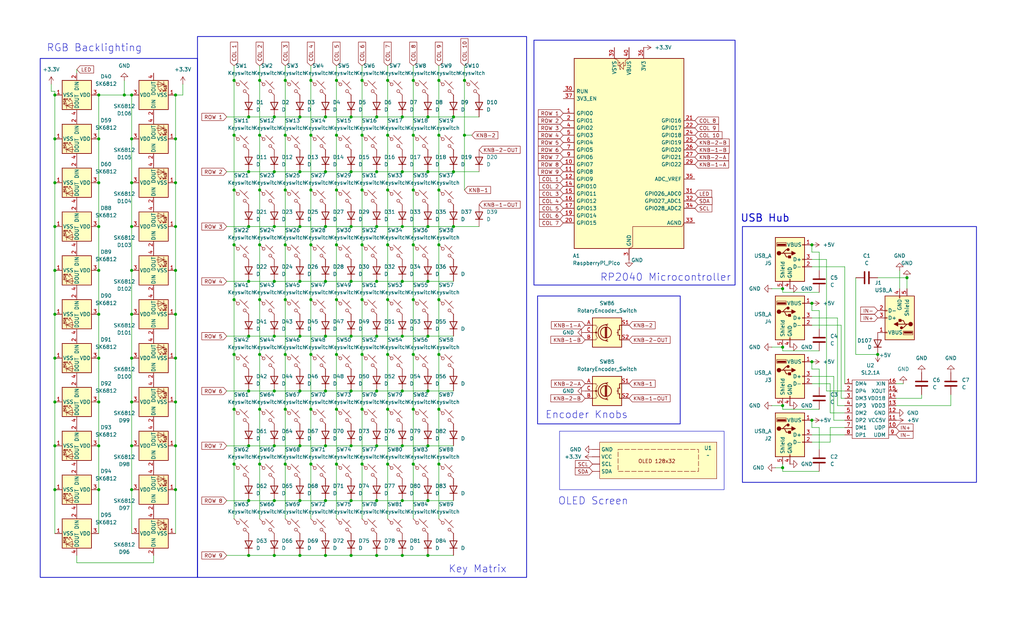
<source format=kicad_sch>
(kicad_sch (version 20250114) (generator "eeschema") (generator_version "9.0")
  (paper "USLegal")
  (lib_symbols
    (symbol "Connector:USB_A" (pin_names (offset 1.016))
      (property "Reference" "J" (at -5.08 11.43 0))
      (property "Value" "USB_A" (at -5.08 8.89 0))
      (symbol "USB_A_1_1"
        (pin passive line (at -2.54 -10.16 90) (length 2.54) (name "Shield") (number "5"))
        (pin power_in line (at 0 -10.16 90) (length 2.54) (name "GND") (number "4"))
        (pin power_in line (at 7.62 5.08 180) (length 2.54) (name "VBUS") (number "1"))
        (pin bidirectional line (at 7.62 0 180) (length 2.54) (name "D+") (number "3"))
        (pin bidirectional line (at 7.62 -2.54 180) (length 2.54) (name "D-") (number "2"))
      )
    )
    (symbol "Device:C" (pin_numbers (hide yes)) (pin_names (offset 0.254))
      (property "Reference" "C" (at 0.635 2.54 0))
      (property "Value" "C" (at 0.635 -2.54 0))
      (symbol "C_1_1"
        (pin passive line (at 0 3.81 270) (length 2.794) (name "~") (number "1"))
        (pin passive line (at 0 -3.81 90) (length 2.794) (name "~") (number "2"))
      )
    )
    (symbol "Device:D" (pin_numbers (hide yes)) (pin_names (offset 1.016) (hide yes))
      (property "Reference" "D" (at 0 2.54 0))
      (property "Value" "D" (at 0 -2.54 0))
      (symbol "D_1_1"
        (pin passive line (at -3.81 0 0) (length 2.54) (name "K") (number "1"))
        (pin passive line (at 3.81 0 180) (length 2.54) (name "A") (number "2"))
      )
    )
    (symbol "Device:RotaryEncoder_Switch" (pin_names (offset 0.254) (hide yes))
      (property "Reference" "SW" (at 0 6.604 0))
      (property "Value" "RotaryEncoder_Switch" (at 0 -6.604 0))
      (symbol "RotaryEncoder_Switch_1_1"
        (pin passive line (at -7.62 2.54 0) (length 2.54) (name "A") (number "A"))
        (pin passive line (at -7.62 0 0) (length 2.54) (name "C") (number "C"))
        (pin passive line (at -7.62 -2.54 0) (length 2.54) (name "B") (number "B"))
        (pin passive line (at 7.62 2.54 180) (length 2.54) (name "S1") (number "S1"))
        (pin passive line (at 7.62 -2.54 180) (length 2.54) (name "S2") (number "S2"))
      )
    )
    (symbol "Keyboard:OLED_128x32_(Thin)"
      (property "Reference" "U" (at 0 0 0))
      (symbol "OLED_128x32_(Thin)_1_1"
        (text "OLED 128x32" (at -0.508 -9.144 0) (effects (font (size 1.27 1.27) (thickness 0.1588))))
        (pin input line (at -22.86 -5.08 0) (length 2.54) (name "GND") (number ""))
        (pin input line (at -22.86 -7.62 0) (length 2.54) (name "VCC") (number ""))
        (pin input line (at -22.86 -10.16 0) (length 2.54) (name "SCL") (number ""))
        (pin input line (at -22.86 -12.7 0) (length 2.54) (name "SDA") (number ""))
      )
    )
    (symbol "LED:SK6812" (pin_names (offset 0.254))
      (property "Reference" "D" (at 5.08 5.715 0))
      (property "Value" "SK6812" (at 1.27 -5.715 0))
      (symbol "SK6812_0_0"
        (text "RGB" (at 2.286 -4.191 0) (effects (font (size 0.762 0.762))))
      )
      (symbol "SK6812_1_1"
        (pin input line (at -7.62 0 0) (length 2.54) (name "DIN") (number "2"))
        (pin power_in line (at 0 7.62 270) (length 2.54) (name "VDD") (number "3"))
        (pin power_in line (at 0 -7.62 90) (length 2.54) (name "VSS") (number "1"))
        (pin output line (at 7.62 0 180) (length 2.54) (name "DOUT") (number "4"))
      )
    )
    (symbol "MCU_Module:RaspberryPi_Pico" (pin_names (offset 0.762))
      (property "Reference" "A" (at -19.05 35.56 0))
      (property "Value" "RaspberryPi_Pico" (at 7.62 35.56 0))
      (symbol "RaspberryPi_Pico_1_1"
        (pin passive line (at -22.86 22.86 0) (length 3.81) (name "RUN") (number "30"))
        (pin passive line (at -22.86 20.32 0) (length 3.81) (name "3V3_EN") (number "37"))
        (pin bidirectional line (at -22.86 15.24 0) (length 3.81) (name "GPIO0") (number "1"))
        (pin bidirectional line (at -22.86 12.7 0) (length 3.81) (name "GPIO1") (number "2"))
        (pin bidirectional line (at -22.86 10.16 0) (length 3.81) (name "GPIO2") (number "4"))
        (pin bidirectional line (at -22.86 7.62 0) (length 3.81) (name "GPIO3") (number "5"))
        (pin bidirectional line (at -22.86 5.08 0) (length 3.81) (name "GPIO4") (number "6"))
        (pin bidirectional line (at -22.86 2.54 0) (length 3.81) (name "GPIO5") (number "7"))
        (pin bidirectional line (at -22.86 0 0) (length 3.81) (name "GPIO6") (number "9"))
        (pin bidirectional line (at -22.86 -2.54 0) (length 3.81) (name "GPIO7") (number "10"))
        (pin bidirectional line (at -22.86 -5.08 0) (length 3.81) (name "GPIO8") (number "11"))
        (pin bidirectional line (at -22.86 -7.62 0) (length 3.81) (name "GPIO9") (number "12"))
        (pin bidirectional line (at -22.86 -10.16 0) (length 3.81) (name "GPIO10") (number "14"))
        (pin bidirectional line (at -22.86 -12.7 0) (length 3.81) (name "GPIO11") (number "15"))
        (pin bidirectional line (at -22.86 -15.24 0) (length 3.81) (name "GPIO12") (number "16"))
        (pin bidirectional line (at -22.86 -17.78 0) (length 3.81) (name "GPIO13") (number "17"))
        (pin bidirectional line (at -22.86 -20.32 0) (length 3.81) (name "GPIO14") (number "19"))
        (pin bidirectional line (at -22.86 -22.86 0) (length 3.81) (name "GPIO15") (number "20"))
        (pin power_in line (at -5.08 38.1 270) (length 3.81) (name "VSYS") (number "39"))
        (pin power_out line (at 0 38.1 270) (length 3.81) (name "VBUS") (number "40"))
        (pin passive line (at 0 -35.56 90) (length 3.81) (hide yes) (name "GND") (number "13"))
        (pin passive line (at 0 -35.56 90) (length 3.81) (hide yes) (name "GND") (number "18"))
        (pin passive line (at 0 -35.56 90) (length 3.81) (hide yes) (name "GND") (number "23"))
        (pin passive line (at 0 -35.56 90) (length 3.81) (hide yes) (name "GND") (number "28"))
        (pin power_out line (at 0 -35.56 90) (length 3.81) (name "GND") (number "3"))
        (pin passive line (at 0 -35.56 90) (length 3.81) (hide yes) (name "GND") (number "38"))
        (pin passive line (at 0 -35.56 90) (length 3.81) (hide yes) (name "GND") (number "8"))
        (pin power_out line (at 5.08 38.1 270) (length 3.81) (name "3V3") (number "36"))
        (pin bidirectional line (at 22.86 12.7 180) (length 3.81) (name "GPIO16") (number "21"))
        (pin bidirectional line (at 22.86 10.16 180) (length 3.81) (name "GPIO17") (number "22"))
        (pin bidirectional line (at 22.86 7.62 180) (length 3.81) (name "GPIO18") (number "24"))
        (pin bidirectional line (at 22.86 5.08 180) (length 3.81) (name "GPIO19") (number "25"))
        (pin bidirectional line (at 22.86 2.54 180) (length 3.81) (name "GPIO20") (number "26"))
        (pin bidirectional line (at 22.86 0 180) (length 3.81) (name "GPIO21") (number "27"))
        (pin bidirectional line (at 22.86 -2.54 180) (length 3.81) (name "GPIO22") (number "29"))
        (pin power_in line (at 22.86 -7.62 180) (length 3.81) (name "ADC_VREF") (number "35"))
        (pin bidirectional line (at 22.86 -12.7 180) (length 3.81) (name "GPIO26_ADC0") (number "31"))
        (pin bidirectional line (at 22.86 -15.24 180) (length 3.81) (name "GPIO27_ADC1") (number "32"))
        (pin bidirectional line (at 22.86 -17.78 180) (length 3.81) (name "GPIO28_ADC2") (number "34"))
        (pin power_out line (at 22.86 -22.86 180) (length 3.81) (name "AGND") (number "33"))
      )
    )
    (symbol "SL21A:SL2.1A" (pin_names (offset 1.016))
      (property "Reference" "U" (at 0 -1.27 0))
      (property "Value" "SL2.1A" (at -5.08 -1.27 0))
      (symbol "SL2.1A_1_1"
        (pin output line (at -7.62 19.05 0) (length 2.54) (name "DM4") (number "1"))
        (pin output line (at -7.62 16.51 0) (length 2.54) (name "DP4") (number "2"))
        (pin output line (at -7.62 13.97 0) (length 2.54) (name "DM3") (number "3"))
        (pin output line (at -7.62 11.43 0) (length 2.54) (name "DP3") (number "4"))
        (pin output line (at -7.62 8.89 0) (length 2.54) (name "DM2") (number "5"))
        (pin output line (at -7.62 6.35 0) (length 2.54) (name "DP2") (number "6"))
        (pin output line (at -7.62 3.81 0) (length 2.54) (name "DM1") (number "7"))
        (pin output line (at -7.62 1.27 0) (length 2.54) (name "DP1") (number "8"))
        (pin power_in line (at 10.16 19.05 180) (length 2.54) (name "XIN") (number "16"))
        (pin no_connect line (at 10.16 16.51 180) (length 2.54) (name "XOUT") (number "15"))
        (pin power_out line (at 10.16 13.97 180) (length 2.54) (name "VDD18") (number "14"))
        (pin power_out line (at 10.16 11.43 180) (length 2.54) (name "VDD3") (number "13"))
        (pin power_in line (at 10.16 8.89 180) (length 2.54) (name "GND") (number "12"))
        (pin power_in line (at 10.16 6.35 180) (length 2.54) (name "VCC5V") (number "11"))
        (pin input line (at 10.16 3.81 180) (length 2.54) (name "UDP") (number "10"))
        (pin input line (at 10.16 1.27 180) (length 2.54) (name "UDM") (number "9"))
      )
    )
    (symbol "Switch:SW_Push_45deg" (pin_numbers (hide yes)) (pin_names (offset 1.016) (hide yes))
      (property "Reference" "SW" (at 3.048 1.016 0))
      (property "Value" "SW_Push_45deg" (at 0 -3.81 0))
      (symbol "SW_Push_45deg_0_1"
        (pin passive line (at -2.54 2.54 0) (length 0) (name "1") (number "1"))
        (pin passive line (at 2.54 -2.54 180) (length 0) (name "2") (number "2"))
      )
    )
    (symbol "power:+3.3V" (power) (pin_numbers (hide yes)) (pin_names (offset 0) (hide yes))
      (property "Value" "+3.3V" (at 0 3.556 0))
      (symbol "+3.3V_1_1"
        (pin power_in line (at 0 0 90) (length 0) (name "~") (number "1"))
      )
    )
    (symbol "power:+5V" (power) (pin_numbers (hide yes)) (pin_names (offset 0) (hide yes))
      (property "Value" "+5V" (at 0 3.556 0))
      (symbol "+5V_1_1"
        (pin power_in line (at 0 0 90) (length 0) (name "~") (number "1"))
      )
    )
    (symbol "power:GND" (power) (pin_numbers (hide yes)) (pin_names (offset 0) (hide yes))
      (property "Value" "GND" (at 0 -3.81 0))
      (symbol "GND_1_1"
        (pin power_in line (at 0 0 270) (length 0) (name "~") (number "1"))
      )
    )
  )
  (rectangle (start 194.31 149.86) (end 251.46 170.18))
  (rectangle (start 185.42 13.97) (end 255.27 99.06) (stroke (width 0.254)))
  (rectangle (start 257.81 78.74) (end 339.09 167.64) (stroke (width 0.254)))
  (rectangle (start 186.69 102.87) (end 236.22 147.32) (stroke (width 0.254)))
  (rectangle (start 68.58 12.7) (end 182.88 200.66) (stroke (width 0.254)))
  (rectangle (start 13.97 20.32) (end 68.58 200.66) (stroke (width 0.254)))
  (text "RP2040 Microcontroller\n" (at 231.14 96.52 0) (effects (font (size 2.54 2.54))))
  (text "Key Matrix" (at 165.862 197.866 0) (effects (font (size 2.54 2.54))))
  (text "USB Hub\n" (at 265.684 75.946 0) (effects (font (size 2.54 2.54) (thickness 0.3175))))
  (text "Encoder Knobs" (at 203.708 144.272 0) (effects (font (size 2.54 2.54))))
  (text "OLED Screen\n" (at 205.994 174.244 0) (effects (font (size 2.54 2.54))))
  (text "RGB Backlighting" (at 32.766 16.764 0) (effects (font (size 2.54 2.54))))
  (junction (at 60.96 93.98))
  (junction (at 99.06 85.09))
  (junction (at 121.92 97.79))
  (junction (at 86.36 40.64))
  (junction (at 60.96 78.74))
  (junction (at 157.48 78.74))
  (junction (at 130.81 40.64))
  (junction (at 116.84 123.19))
  (junction (at 81.28 123.19))
  (junction (at 134.62 123.19))
  (junction (at 134.62 46.99))
  (junction (at 45.72 78.74))
  (junction (at 125.73 27.94))
  (junction (at 45.72 63.5))
  (junction (at 116.84 85.09))
  (junction (at 60.96 139.7))
  (junction (at 148.59 59.69))
  (junction (at 143.51 46.99))
  (junction (at 152.4 104.14))
  (junction (at 148.59 116.84))
  (junction (at 148.59 40.64))
  (junction (at 281.94 85.09))
  (junction (at 157.48 59.69))
  (junction (at 34.29 170.18))
  (junction (at 113.03 59.69))
  (junction (at 45.72 33.02))
  (junction (at 139.7 78.74))
  (junction (at 90.17 85.09))
  (junction (at 130.81 173.99))
  (junction (at 104.14 154.94))
  (junction (at 104.14 59.69))
  (junction (at 130.81 135.89))
  (junction (at 130.81 59.69))
  (junction (at 125.73 85.09))
  (junction (at 104.14 40.64))
  (junction (at 19.05 109.22))
  (junction (at 86.36 154.94))
  (junction (at 130.81 193.04))
  (junction (at 19.05 139.7))
  (junction (at 90.17 46.99))
  (junction (at 121.92 40.64))
  (junction (at 107.95 142.24))
  (junction (at 121.92 116.84))
  (junction (at 281.94 146.05))
  (junction (at 86.36 78.74))
  (junction (at 99.06 104.14))
  (junction (at 271.78 120.65))
  (junction (at 19.05 93.98))
  (junction (at 45.72 48.26))
  (junction (at 104.14 78.74))
  (junction (at 139.7 59.69))
  (junction (at 161.29 27.94))
  (junction (at 104.14 97.79))
  (junction (at 34.29 48.26))
  (junction (at 139.7 173.99))
  (junction (at 271.78 162.56))
  (junction (at 304.8 123.19))
  (junction (at 121.92 193.04))
  (junction (at 148.59 97.79))
  (junction (at 107.95 27.94))
  (junction (at 90.17 142.24))
  (junction (at 125.73 104.14))
  (junction (at 45.72 93.98))
  (junction (at 143.51 85.09))
  (junction (at 107.95 66.04))
  (junction (at 95.25 78.74))
  (junction (at 60.96 48.26))
  (junction (at 95.25 173.99))
  (junction (at 34.29 33.02))
  (junction (at 81.28 142.24))
  (junction (at 139.7 97.79))
  (junction (at 152.4 142.24))
  (junction (at 281.94 125.73))
  (junction (at 19.05 124.46))
  (junction (at 148.59 173.99))
  (junction (at 143.51 66.04))
  (junction (at 34.29 93.98))
  (junction (at 99.06 142.24))
  (junction (at 116.84 46.99))
  (junction (at 125.73 46.99))
  (junction (at 86.36 173.99))
  (junction (at 60.96 63.5))
  (junction (at 281.94 105.41))
  (junction (at 121.92 59.69))
  (junction (at 125.73 142.24))
  (junction (at 107.95 85.09))
  (junction (at 81.28 27.94))
  (junction (at 113.03 135.89))
  (junction (at 143.51 104.14))
  (junction (at 107.95 123.19))
  (junction (at 113.03 97.79))
  (junction (at 95.25 116.84))
  (junction (at 107.95 46.99))
  (junction (at 90.17 123.19))
  (junction (at 148.59 135.89))
  (junction (at 104.14 116.84))
  (junction (at 81.28 161.29))
  (junction (at 116.84 161.29))
  (junction (at 34.29 139.7))
  (junction (at 95.25 135.89))
  (junction (at 81.28 104.14))
  (junction (at 99.06 46.99))
  (junction (at 125.73 66.04))
  (junction (at 81.28 66.04))
  (junction (at 86.36 135.89))
  (junction (at 121.92 135.89))
  (junction (at 113.03 173.99))
  (junction (at 86.36 193.04))
  (junction (at 148.59 78.74))
  (junction (at 134.62 161.29))
  (junction (at 34.29 78.74))
  (junction (at 45.72 170.18))
  (junction (at 152.4 85.09))
  (junction (at 113.03 40.64))
  (junction (at 152.4 123.19))
  (junction (at 134.62 85.09))
  (junction (at 143.51 161.29))
  (junction (at 95.25 40.64))
  (junction (at 113.03 193.04))
  (junction (at 121.92 78.74))
  (junction (at 34.29 124.46))
  (junction (at 95.25 97.79))
  (junction (at 130.81 97.79))
  (junction (at 161.29 46.99))
  (junction (at 152.4 161.29))
  (junction (at 152.4 46.99))
  (junction (at 139.7 154.94))
  (junction (at 99.06 66.04))
  (junction (at 134.62 27.94))
  (junction (at 60.96 154.94))
  (junction (at 45.72 154.94))
  (junction (at 104.14 135.89))
  (junction (at 60.96 124.46))
  (junction (at 130.81 78.74))
  (junction (at 90.17 66.04))
  (junction (at 113.03 116.84))
  (junction (at 86.36 97.79))
  (junction (at 95.25 59.69))
  (junction (at 19.05 48.26))
  (junction (at 139.7 135.89))
  (junction (at 157.48 40.64))
  (junction (at 19.05 33.02))
  (junction (at 152.4 66.04))
  (junction (at 60.96 109.22))
  (junction (at 86.36 116.84))
  (junction (at 45.72 124.46))
  (junction (at 148.59 154.94))
  (junction (at 139.7 193.04))
  (junction (at 81.28 85.09))
  (junction (at 148.59 193.04))
  (junction (at 116.84 27.94))
  (junction (at 121.92 154.94))
  (junction (at 90.17 27.94))
  (junction (at 99.06 123.19))
  (junction (at 90.17 161.29))
  (junction (at 152.4 27.94))
  (junction (at 116.84 142.24))
  (junction (at 43.18 33.02))
  (junction (at 19.05 63.5))
  (junction (at 19.05 154.94))
  (junction (at 19.05 78.74))
  (junction (at 95.25 193.04))
  (junction (at 143.51 27.94))
  (junction (at 104.14 173.99))
  (junction (at 107.95 104.14))
  (junction (at 99.06 27.94))
  (junction (at 139.7 116.84))
  (junction (at 86.36 59.69))
  (junction (at 107.95 161.29))
  (junction (at 113.03 154.94))
  (junction (at 34.29 63.5))
  (junction (at 125.73 123.19))
  (junction (at 95.25 154.94))
  (junction (at 271.78 100.33))
  (junction (at 116.84 104.14))
  (junction (at 19.05 170.18))
  (junction (at 113.03 78.74))
  (junction (at 60.96 33.02))
  (junction (at 134.62 66.04))
  (junction (at 60.96 170.18))
  (junction (at 143.51 142.24))
  (junction (at 34.29 154.94))
  (junction (at 104.14 193.04))
  (junction (at 45.72 139.7))
  (junction (at 116.84 66.04))
  (junction (at 139.7 40.64))
  (junction (at 134.62 104.14))
  (junction (at 134.62 142.24))
  (junction (at 130.81 116.84))
  (junction (at 125.73 161.29))
  (junction (at 121.92 173.99))
  (junction (at 34.29 109.22))
  (junction (at 314.96 96.52))
  (junction (at 45.72 109.22))
  (junction (at 99.06 161.29))
  (junction (at 130.81 154.94))
  (junction (at 90.17 104.14))
  (junction (at 81.28 46.99))
  (junction (at 143.51 123.19))
  (junction (at 271.78 140.97))
  (wire (pts (xy 143.51 123.19) (xy 143.51 142.24)))
  (wire (pts (xy 314.96 96.52) (xy 314.96 100.33)))
  (wire (pts (xy 289.56 130.81) (xy 289.56 146.05)))
  (wire (pts (xy 90.17 161.29) (xy 90.17 180.34)))
  (wire (pts (xy 312.42 93.98) (xy 312.42 100.33)))
  (wire (pts (xy 78.74 116.84) (xy 86.36 116.84)))
  (wire (pts (xy 125.73 123.19) (xy 125.73 142.24)))
  (wire (pts (xy 134.62 161.29) (xy 134.62 180.34)))
  (wire (pts (xy 113.03 193.04) (xy 121.92 193.04)))
  (wire (pts (xy 121.92 59.69) (xy 130.81 59.69)))
  (wire (pts (xy 152.4 123.19) (xy 152.4 142.24)))
  (wire (pts (xy 139.7 135.89) (xy 148.59 135.89)))
  (wire (pts (xy 269.24 162.56) (xy 271.78 162.56)))
  (wire (pts (xy 107.95 142.24) (xy 107.95 161.29)))
  (wire (pts (xy 107.95 66.04) (xy 107.95 85.09)))
  (wire (pts (xy 113.03 135.89) (xy 121.92 135.89)))
  (wire (pts (xy 130.81 173.99) (xy 139.7 173.99)))
  (wire (pts (xy 113.03 97.79) (xy 121.92 97.79)))
  (wire (pts (xy 86.36 97.79) (xy 95.25 97.79)))
  (wire (pts (xy 125.73 142.24) (xy 125.73 161.29)))
  (wire (pts (xy 125.73 104.14) (xy 125.73 123.19)))
  (wire (pts (xy 288.29 148.59) (xy 293.37 148.59)))
  (wire (pts (xy 143.51 66.04) (xy 143.51 85.09)))
  (wire (pts (xy 281.94 153.67) (xy 288.29 153.67)))
  (wire (pts (xy 45.72 78.74) (xy 45.72 93.98)))
  (wire (pts (xy 121.92 193.04) (xy 130.81 193.04)))
  (wire (pts (xy 53.34 195.58) (xy 53.34 193.04)))
  (wire (pts (xy 125.73 27.94) (xy 125.73 46.99)))
  (wire (pts (xy 130.81 154.94) (xy 139.7 154.94)))
  (wire (pts (xy 116.84 142.24) (xy 116.84 161.29)))
  (wire (pts (xy 287.02 135.89) (xy 287.02 90.17)))
  (wire (pts (xy 152.4 66.04) (xy 152.4 85.09)))
  (wire (pts (xy 121.92 40.64) (xy 130.81 40.64)))
  (wire (pts (xy 130.81 97.79) (xy 139.7 97.79)))
  (wire (pts (xy 143.51 46.99) (xy 143.51 66.04)))
  (wire (pts (xy 90.17 66.04) (xy 90.17 85.09)))
  (wire (pts (xy 86.36 135.89) (xy 95.25 135.89)))
  (wire (pts (xy 152.4 85.09) (xy 152.4 104.14)))
  (wire (pts (xy 139.7 59.69) (xy 148.59 59.69)))
  (wire (pts (xy 284.48 134.62) (xy 284.48 128.27)))
  (wire (pts (xy 125.73 85.09) (xy 125.73 104.14)))
  (wire (pts (xy 134.62 123.19) (xy 134.62 142.24)))
  (wire (pts (xy 60.96 154.94) (xy 60.96 170.18)))
  (wire (pts (xy 139.7 97.79) (xy 148.59 97.79)))
  (wire (pts (xy 81.28 27.94) (xy 81.28 46.99)))
  (wire (pts (xy 99.06 85.09) (xy 99.06 104.14)))
  (wire (pts (xy 99.06 22.86) (xy 99.06 27.94)))
  (wire (pts (xy 284.48 148.59) (xy 281.94 148.59)))
  (wire (pts (xy 281.94 105.41) (xy 281.94 107.95)))
  (wire (pts (xy 281.94 130.81) (xy 289.56 130.81)))
  (wire (pts (xy 271.78 163.83) (xy 284.48 163.83)))
  (wire (pts (xy 281.94 148.59) (xy 281.94 146.05)))
  (wire (pts (xy 161.29 46.99) (xy 161.29 66.04)))
  (wire (pts (xy 81.28 46.99) (xy 81.28 66.04)))
  (wire (pts (xy 45.72 93.98) (xy 45.72 109.22)))
  (wire (pts (xy 284.48 121.92) (xy 271.78 121.92)))
  (wire (pts (xy 78.74 193.04) (xy 86.36 193.04)))
  (wire (pts (xy 284.48 128.27) (xy 281.94 128.27)))
  (wire (pts (xy 281.94 85.09) (xy 281.94 87.63)))
  (wire (pts (xy 78.74 40.64) (xy 86.36 40.64)))
  (wire (pts (xy 293.37 133.35) (xy 293.37 92.71)))
  (wire (pts (xy 81.28 85.09) (xy 81.28 104.14)))
  (wire (pts (xy 19.05 154.94) (xy 19.05 170.18)))
  (wire (pts (xy 34.29 124.46) (xy 34.29 139.7)))
  (wire (pts (xy 45.72 63.5) (xy 45.72 78.74)))
  (wire (pts (xy 99.06 27.94) (xy 99.06 46.99)))
  (wire (pts (xy 104.14 116.84) (xy 113.03 116.84)))
  (wire (pts (xy 130.81 116.84) (xy 139.7 116.84)))
  (wire (pts (xy 90.17 104.14) (xy 90.17 123.19)))
  (wire (pts (xy 60.96 33.02) (xy 60.96 48.26)))
  (wire (pts (xy 86.36 116.84) (xy 95.25 116.84)))
  (wire (pts (xy 121.92 173.99) (xy 130.81 173.99)))
  (wire (pts (xy 99.06 104.14) (xy 99.06 123.19)))
  (wire (pts (xy 284.48 142.24) (xy 271.78 142.24)))
  (wire (pts (xy 17.78 31.75) (xy 19.05 31.75)))
  (wire (pts (xy 130.81 135.89) (xy 139.7 135.89)))
  (wire (pts (xy 26.67 195.58) (xy 53.34 195.58)))
  (wire (pts (xy 34.29 154.94) (xy 34.29 170.18)))
  (wire (pts (xy 95.25 193.04) (xy 104.14 193.04)))
  (wire (pts (xy 143.51 27.94) (xy 143.51 46.99)))
  (wire (pts (xy 139.7 40.64) (xy 148.59 40.64)))
  (wire (pts (xy 157.48 40.64) (xy 166.37 40.64)))
  (wire (pts (xy 45.72 170.18) (xy 45.72 185.42)))
  (wire (pts (xy 143.51 85.09) (xy 143.51 104.14)))
  (wire (pts (xy 43.18 33.02) (xy 34.29 33.02)))
  (wire (pts (xy 86.36 59.69) (xy 95.25 59.69)))
  (wire (pts (xy 99.06 46.99) (xy 99.06 66.04)))
  (wire (pts (xy 148.59 154.94) (xy 157.48 154.94)))
  (wire (pts (xy 104.14 78.74) (xy 113.03 78.74)))
  (wire (pts (xy 107.95 123.19) (xy 107.95 142.24)))
  (wire (pts (xy 78.74 154.94) (xy 86.36 154.94)))
  (wire (pts (xy 139.7 193.04) (xy 148.59 193.04)))
  (wire (pts (xy 90.17 142.24) (xy 90.17 161.29)))
  (wire (pts (xy 290.83 110.49) (xy 281.94 110.49)))
  (wire (pts (xy 34.29 63.5) (xy 34.29 78.74)))
  (wire (pts (xy 284.48 93.98) (xy 284.48 87.63)))
  (wire (pts (xy 148.59 173.99) (xy 157.48 173.99)))
  (wire (pts (xy 148.59 40.64) (xy 157.48 40.64)))
  (wire (pts (xy 34.29 48.26) (xy 34.29 63.5)))
  (wire (pts (xy 121.92 135.89) (xy 130.81 135.89)))
  (wire (pts (xy 148.59 116.84) (xy 157.48 116.84)))
  (wire (pts (xy 34.29 109.22) (xy 34.29 124.46)))
  (wire (pts (xy 19.05 48.26) (xy 19.05 63.5)))
  (wire (pts (xy 125.73 66.04) (xy 125.73 85.09)))
  (wire (pts (xy 19.05 93.98) (xy 19.05 109.22)))
  (wire (pts (xy 288.29 153.67) (xy 288.29 148.59)))
  (wire (pts (xy 17.78 29.21) (xy 17.78 31.75)))
  (wire (pts (xy 125.73 161.29) (xy 125.73 180.34)))
  (wire (pts (xy 78.74 59.69) (xy 86.36 59.69)))
  (wire (pts (xy 121.92 78.74) (xy 130.81 78.74)))
  (wire (pts (xy 104.14 154.94) (xy 113.03 154.94)))
  (wire (pts (xy 271.78 163.83) (xy 271.78 162.56)))
  (wire (pts (xy 281.94 128.27) (xy 281.94 125.73)))
  (wire (pts (xy 304.8 96.52) (xy 314.96 96.52)))
  (wire (pts (xy 26.67 24.13) (xy 26.67 25.4)))
  (wire (pts (xy 288.29 143.51) (xy 288.29 133.35)))
  (wire (pts (xy 104.14 135.89) (xy 113.03 135.89)))
  (wire (pts (xy 78.74 135.89) (xy 86.36 135.89)))
  (wire (pts (xy 19.05 63.5) (xy 19.05 78.74)))
  (wire (pts (xy 311.15 140.97) (xy 330.2 140.97)))
  (wire (pts (xy 134.62 104.14) (xy 134.62 123.19)))
  (wire (pts (xy 60.96 109.22) (xy 60.96 124.46)))
  (wire (pts (xy 134.62 66.04) (xy 134.62 85.09)))
  (wire (pts (xy 81.28 142.24) (xy 81.28 161.29)))
  (wire (pts (xy 81.28 66.04) (xy 81.28 85.09)))
  (wire (pts (xy 107.95 22.86) (xy 107.95 27.94)))
  (wire (pts (xy 43.18 27.94) (xy 43.18 33.02)))
  (wire (pts (xy 143.51 104.14) (xy 143.51 123.19)))
  (wire (pts (xy 86.36 173.99) (xy 95.25 173.99)))
  (wire (pts (xy 19.05 170.18) (xy 19.05 185.42)))
  (wire (pts (xy 121.92 97.79) (xy 130.81 97.79)))
  (wire (pts (xy 113.03 173.99) (xy 121.92 173.99)))
  (wire (pts (xy 45.72 109.22) (xy 45.72 124.46)))
  (wire (pts (xy 134.62 27.94) (xy 134.62 46.99)))
  (wire (pts (xy 152.4 27.94) (xy 152.4 46.99)))
  (wire (pts (xy 287.02 90.17) (xy 281.94 90.17)))
  (wire (pts (xy 139.7 78.74) (xy 148.59 78.74)))
  (wire (pts (xy 152.4 104.14) (xy 152.4 123.19)))
  (wire (pts (xy 63.5 33.02) (xy 60.96 33.02)))
  (wire (pts (xy 281.94 151.13) (xy 293.37 151.13)))
  (wire (pts (xy 143.51 161.29) (xy 143.51 180.34)))
  (wire (pts (xy 284.48 107.95) (xy 281.94 107.95)))
  (wire (pts (xy 95.25 97.79) (xy 104.14 97.79)))
  (wire (pts (xy 289.56 146.05) (xy 293.37 146.05)))
  (wire (pts (xy 116.84 66.04) (xy 116.84 85.09)))
  (wire (pts (xy 148.59 59.69) (xy 157.48 59.69)))
  (wire (pts (xy 86.36 193.04) (xy 95.25 193.04)))
  (wire (pts (xy 297.18 96.52) (xy 297.18 123.19)))
  (wire (pts (xy 99.06 161.29) (xy 99.06 180.34)))
  (wire (pts (xy 60.96 78.74) (xy 60.96 93.98)))
  (wire (pts (xy 284.48 156.21) (xy 284.48 148.59)))
  (wire (pts (xy 116.84 22.86) (xy 116.84 27.94)))
  (wire (pts (xy 130.81 193.04) (xy 139.7 193.04)))
  (wire (pts (xy 139.7 154.94) (xy 148.59 154.94)))
  (wire (pts (xy 104.14 193.04) (xy 113.03 193.04)))
  (wire (pts (xy 116.84 46.99) (xy 116.84 66.04)))
  (wire (pts (xy 293.37 143.51) (xy 288.29 143.51)))
  (wire (pts (xy 293.37 140.97) (xy 290.83 140.97)))
  (wire (pts (xy 63.5 29.21) (xy 63.5 33.02)))
  (wire (pts (xy 99.06 66.04) (xy 99.06 85.09)))
  (wire (pts (xy 161.29 27.94) (xy 161.29 46.99)))
  (wire (pts (xy 143.51 142.24) (xy 143.51 161.29)))
  (wire (pts (xy 311.15 138.43) (xy 320.04 138.43)))
  (wire (pts (xy 121.92 154.94) (xy 130.81 154.94)))
  (wire (pts (xy 34.29 78.74) (xy 34.29 93.98)))
  (wire (pts (xy 43.18 33.02) (xy 45.72 33.02)))
  (wire (pts (xy 95.25 116.84) (xy 104.14 116.84)))
  (wire (pts (xy 134.62 46.99) (xy 134.62 66.04)))
  (wire (pts (xy 81.28 22.86) (xy 81.28 27.94)))
  (wire (pts (xy 267.97 120.65) (xy 271.78 120.65)))
  (wire (pts (xy 130.81 78.74) (xy 139.7 78.74)))
  (wire (pts (xy 125.73 22.86) (xy 125.73 27.94)))
  (wire (pts (xy 157.48 59.69) (xy 166.37 59.69)))
  (wire (pts (xy 152.4 142.24) (xy 152.4 161.29)))
  (wire (pts (xy 34.29 93.98) (xy 34.29 109.22)))
  (wire (pts (xy 104.14 173.99) (xy 113.03 173.99)))
  (wire (pts (xy 45.72 33.02) (xy 45.72 48.26)))
  (wire (pts (xy 60.96 139.7) (xy 60.96 154.94)))
  (wire (pts (xy 99.06 123.19) (xy 99.06 142.24)))
  (wire (pts (xy 116.84 123.19) (xy 116.84 142.24)))
  (wire (pts (xy 86.36 78.74) (xy 95.25 78.74)))
  (wire (pts (xy 292.1 113.03) (xy 292.1 138.43)))
  (wire (pts (xy 104.14 97.79) (xy 113.03 97.79)))
  (wire (pts (xy 271.78 101.6) (xy 271.78 100.33)))
  (wire (pts (xy 267.97 100.33) (xy 271.78 100.33)))
  (wire (pts (xy 148.59 135.89) (xy 157.48 135.89)))
  (wire (pts (xy 81.28 161.29) (xy 81.28 180.34)))
  (wire (pts (xy 26.67 193.04) (xy 26.67 195.58)))
  (wire (pts (xy 288.29 133.35) (xy 281.94 133.35)))
  (wire (pts (xy 95.25 135.89) (xy 104.14 135.89)))
  (wire (pts (xy 78.74 97.79) (xy 86.36 97.79)))
  (wire (pts (xy 60.96 170.18) (xy 60.96 185.42)))
  (wire (pts (xy 19.05 31.75) (xy 19.05 33.02)))
  (wire (pts (xy 116.84 161.29) (xy 116.84 180.34)))
  (wire (pts (xy 157.48 78.74) (xy 166.37 78.74)))
  (wire (pts (xy 292.1 138.43) (xy 293.37 138.43)))
  (wire (pts (xy 139.7 116.84) (xy 148.59 116.84)))
  (wire (pts (xy 148.59 78.74) (xy 157.48 78.74)))
  (wire (pts (xy 60.96 93.98) (xy 60.96 109.22)))
  (wire (pts (xy 86.36 40.64) (xy 95.25 40.64)))
  (wire (pts (xy 293.37 135.89) (xy 287.02 135.89)))
  (wire (pts (xy 81.28 104.14) (xy 81.28 123.19)))
  (wire (pts (xy 267.97 140.97) (xy 271.78 140.97)))
  (wire (pts (xy 297.18 123.19) (xy 304.8 123.19)))
  (wire (pts (xy 34.29 170.18) (xy 34.29 185.42)))
  (wire (pts (xy 152.4 161.29) (xy 152.4 180.34)))
  (wire (pts (xy 271.78 142.24) (xy 271.78 140.97)))
  (wire (pts (xy 163.83 46.99) (xy 161.29 46.99)))
  (wire (pts (xy 121.92 116.84) (xy 130.81 116.84)))
  (wire (pts (xy 148.59 193.04) (xy 157.48 193.04)))
  (wire (pts (xy 313.69 133.35) (xy 311.15 133.35)))
  (wire (pts (xy 113.03 40.64) (xy 121.92 40.64)))
  (wire (pts (xy 45.72 48.26) (xy 45.72 63.5)))
  (wire (pts (xy 107.95 104.14) (xy 107.95 123.19)))
  (wire (pts (xy 130.81 59.69) (xy 139.7 59.69)))
  (wire (pts (xy 271.78 121.92) (xy 271.78 120.65)))
  (wire (pts (xy 161.29 22.86) (xy 161.29 27.94)))
  (wire (pts (xy 134.62 22.86) (xy 134.62 27.94)))
  (wire (pts (xy 19.05 124.46) (xy 19.05 139.7)))
  (wire (pts (xy 134.62 85.09) (xy 134.62 104.14)))
  (wire (pts (xy 113.03 78.74) (xy 121.92 78.74)))
  (wire (pts (xy 284.48 101.6) (xy 271.78 101.6)))
  (wire (pts (xy 90.17 22.86) (xy 90.17 27.94)))
  (wire (pts (xy 90.17 46.99) (xy 90.17 66.04)))
  (wire (pts (xy 90.17 123.19) (xy 90.17 142.24)))
  (wire (pts (xy 125.73 46.99) (xy 125.73 66.04)))
  (wire (pts (xy 90.17 27.94) (xy 90.17 46.99)))
  (wire (pts (xy 290.83 140.97) (xy 290.83 110.49)))
  (wire (pts (xy 320.04 138.43) (xy 320.04 137.16)))
  (wire (pts (xy 34.29 33.02) (xy 34.29 48.26)))
  (wire (pts (xy 284.48 87.63) (xy 281.94 87.63)))
  (wire (pts (xy 293.37 92.71) (xy 281.94 92.71)))
  (wire (pts (xy 60.96 48.26) (xy 60.96 63.5)))
  (wire (pts (xy 113.03 154.94) (xy 121.92 154.94)))
  (wire (pts (xy 45.72 154.94) (xy 45.72 170.18)))
  (wire (pts (xy 95.25 59.69) (xy 104.14 59.69)))
  (wire (pts (xy 60.96 63.5) (xy 60.96 78.74)))
  (wire (pts (xy 104.14 59.69) (xy 113.03 59.69)))
  (wire (pts (xy 34.29 139.7) (xy 34.29 154.94)))
  (wire (pts (xy 95.25 40.64) (xy 104.14 40.64)))
  (wire (pts (xy 19.05 139.7) (xy 19.05 154.94)))
  (wire (pts (xy 284.48 114.3) (xy 284.48 107.95)))
  (wire (pts (xy 113.03 116.84) (xy 121.92 116.84)))
  (wire (pts (xy 107.95 27.94) (xy 107.95 46.99)))
  (wire (pts (xy 148.59 97.79) (xy 157.48 97.79)))
  (wire (pts (xy 116.84 27.94) (xy 116.84 46.99)))
  (wire (pts (xy 90.17 85.09) (xy 90.17 104.14)))
  (wire (pts (xy 281.94 113.03) (xy 292.1 113.03)))
  (wire (pts (xy 271.78 161.29) (xy 271.78 162.56)))
  (wire (pts (xy 113.03 59.69) (xy 121.92 59.69)))
  (wire (pts (xy 95.25 78.74) (xy 104.14 78.74)))
  (wire (pts (xy 81.28 123.19) (xy 81.28 142.24)))
  (wire (pts (xy 45.72 124.46) (xy 45.72 139.7)))
  (wire (pts (xy 107.95 46.99) (xy 107.95 66.04)))
  (wire (pts (xy 19.05 78.74) (xy 19.05 93.98)))
  (wire (pts (xy 95.25 173.99) (xy 104.14 173.99)))
  (wire (pts (xy 107.95 161.29) (xy 107.95 180.34)))
  (wire (pts (xy 78.74 173.99) (xy 86.36 173.99)))
  (wire (pts (xy 78.74 78.74) (xy 86.36 78.74)))
  (wire (pts (xy 130.81 40.64) (xy 139.7 40.64)))
  (wire (pts (xy 143.51 22.86) (xy 143.51 27.94)))
  (wire (pts (xy 152.4 22.86) (xy 152.4 27.94)))
  (wire (pts (xy 95.25 154.94) (xy 104.14 154.94)))
  (wire (pts (xy 86.36 154.94) (xy 95.25 154.94)))
  (wire (pts (xy 139.7 173.99) (xy 148.59 173.99)))
  (wire (pts (xy 134.62 142.24) (xy 134.62 161.29)))
  (wire (pts (xy 45.72 139.7) (xy 45.72 154.94)))
  (wire (pts (xy 330.2 140.97) (xy 330.2 137.16)))
  (wire (pts (xy 107.95 85.09) (xy 107.95 104.14)))
  (wire (pts (xy 152.4 46.99) (xy 152.4 66.04)))
  (wire (pts (xy 116.84 85.09) (xy 116.84 104.14)))
  (wire (pts (xy 60.96 124.46) (xy 60.96 139.7)))
  (wire (pts (xy 19.05 109.22) (xy 19.05 124.46)))
  (wire (pts (xy 19.05 33.02) (xy 19.05 48.26)))
  (wire (pts (xy 116.84 104.14) (xy 116.84 123.19)))
  (wire (pts (xy 104.14 40.64) (xy 113.03 40.64)))
  (wire (pts (xy 99.06 142.24) (xy 99.06 161.29)))
  (global_label "ROW 8" (shape input) (at 195.58 57.15 180) (property "Intersheetrefs" "${INTERSHEET_REFS}" (effects (hide yes))))
  (global_label "SCL" (shape input) (at 241.3 72.39 0) (property "Intersheetrefs" "${INTERSHEET_REFS}" (effects (hide yes))))
  (global_label "KNB-1-A" (shape input) (at 203.2 113.03 180) (property "Intersheetrefs" "${INTERSHEET_REFS}" (effects (hide yes))))
  (global_label "COL 2" (shape input) (at 195.58 64.77 180) (property "Intersheetrefs" "${INTERSHEET_REFS}" (effects (hide yes))))
  (global_label "ROW 7" (shape input) (at 78.74 154.94 180) (property "Intersheetrefs" "${INTERSHEET_REFS}" (effects (hide yes))))
  (global_label "KNB-1-B" (shape input) (at 241.3 52.07 0) (property "Intersheetrefs" "${INTERSHEET_REFS}" (effects (hide yes))))
  (global_label "COL 10" (shape input) (at 161.29 22.86 90) (property "Intersheetrefs" "${INTERSHEET_REFS}" (effects (hide yes))))
  (global_label "ROW 3" (shape input) (at 78.74 78.74 180) (property "Intersheetrefs" "${INTERSHEET_REFS}" (effects (hide yes))))
  (global_label "IN+" (shape input) (at 311.15 148.59 0) (property "Intersheetrefs" "${INTERSHEET_REFS}" (effects (hide yes))))
  (global_label "IN-" (shape input) (at 311.15 151.13 0) (property "Intersheetrefs" "${INTERSHEET_REFS}" (effects (hide yes))))
  (global_label "COL 4" (shape input) (at 195.58 69.85 180) (property "Intersheetrefs" "${INTERSHEET_REFS}" (effects (hide yes))))
  (global_label "COL 8" (shape input) (at 241.3 41.91 0) (property "Intersheetrefs" "${INTERSHEET_REFS}" (effects (hide yes))))
  (global_label "KNB-2-B" (shape input) (at 203.2 138.43 180) (property "Intersheetrefs" "${INTERSHEET_REFS}" (effects (hide yes))))
  (global_label "SDA" (shape input) (at 241.3 69.85 0) (property "Intersheetrefs" "${INTERSHEET_REFS}" (effects (hide yes))))
  (global_label "KNB-1" (shape input) (at 218.44 133.35 0) (property "Intersheetrefs" "${INTERSHEET_REFS}" (effects (hide yes))))
  (global_label "ROW 5" (shape input) (at 195.58 49.53 180) (property "Intersheetrefs" "${INTERSHEET_REFS}" (effects (hide yes))))
  (global_label "KNB-2-A" (shape input) (at 203.2 133.35 180) (property "Intersheetrefs" "${INTERSHEET_REFS}" (effects (hide yes))))
  (global_label "KNB-2-A" (shape input) (at 241.3 54.61 0) (property "Intersheetrefs" "${INTERSHEET_REFS}" (effects (hide yes))))
  (global_label "ROW 4" (shape input) (at 78.74 97.79 180) (property "Intersheetrefs" "${INTERSHEET_REFS}" (effects (hide yes))))
  (global_label "COL 4" (shape input) (at 107.95 22.86 90) (property "Intersheetrefs" "${INTERSHEET_REFS}" (effects (hide yes))))
  (global_label "KNB-2-OUT" (shape input) (at 218.44 118.11 0) (property "Intersheetrefs" "${INTERSHEET_REFS}" (effects (hide yes))))
  (global_label "ROW 9" (shape input) (at 195.58 59.69 180) (property "Intersheetrefs" "${INTERSHEET_REFS}" (effects (hide yes))))
  (global_label "KNB-1-OUT" (shape input) (at 166.37 71.12 0) (property "Intersheetrefs" "${INTERSHEET_REFS}" (effects (hide yes))))
  (global_label "SCL" (shape input) (at 205.74 161.29 180) (property "Intersheetrefs" "${INTERSHEET_REFS}" (effects (hide yes))))
  (global_label "COL 7" (shape input) (at 134.62 22.86 90) (property "Intersheetrefs" "${INTERSHEET_REFS}" (effects (hide yes))))
  (global_label "COL 5" (shape input) (at 195.58 72.39 180) (property "Intersheetrefs" "${INTERSHEET_REFS}" (effects (hide yes))))
  (global_label "KNB-2" (shape input) (at 163.83 46.99 0) (property "Intersheetrefs" "${INTERSHEET_REFS}" (effects (hide yes))))
  (global_label "ROW 8" (shape input) (at 78.74 173.99 180) (property "Intersheetrefs" "${INTERSHEET_REFS}" (effects (hide yes))))
  (global_label "COL 6" (shape input) (at 125.73 22.86 90) (property "Intersheetrefs" "${INTERSHEET_REFS}" (effects (hide yes))))
  (global_label "SDA" (shape input) (at 205.74 163.83 180) (property "Intersheetrefs" "${INTERSHEET_REFS}" (effects (hide yes))))
  (global_label "KNB-2-B" (shape input) (at 241.3 49.53 0) (property "Intersheetrefs" "${INTERSHEET_REFS}" (effects (hide yes))))
  (global_label "ROW 4" (shape input) (at 195.58 46.99 180) (property "Intersheetrefs" "${INTERSHEET_REFS}" (effects (hide yes))))
  (global_label "KNB-2-OUT" (shape input) (at 166.37 52.07 0) (property "Intersheetrefs" "${INTERSHEET_REFS}" (effects (hide yes))))
  (global_label "ROW 6" (shape input) (at 195.58 52.07 180) (property "Intersheetrefs" "${INTERSHEET_REFS}" (effects (hide yes))))
  (global_label "ROW 1" (shape input) (at 78.74 40.64 180) (property "Intersheetrefs" "${INTERSHEET_REFS}" (effects (hide yes))))
  (global_label "ROW 2" (shape input) (at 195.58 41.91 180) (property "Intersheetrefs" "${INTERSHEET_REFS}" (effects (hide yes))))
  (global_label "COL 10" (shape input) (at 241.3 46.99 0) (property "Intersheetrefs" "${INTERSHEET_REFS}" (effects (hide yes))))
  (global_label "ROW 1" (shape input) (at 195.58 39.37 180) (property "Intersheetrefs" "${INTERSHEET_REFS}" (effects (hide yes))))
  (global_label "LED" (shape input) (at 241.3 67.31 0) (property "Intersheetrefs" "${INTERSHEET_REFS}" (effects (hide yes))))
  (global_label "LED" (shape input) (at 26.67 24.13 0) (property "Intersheetrefs" "${INTERSHEET_REFS}" (effects (hide yes))))
  (global_label "COL 3" (shape input) (at 99.06 22.86 90) (property "Intersheetrefs" "${INTERSHEET_REFS}" (effects (hide yes))))
  (global_label "KNB-1" (shape input) (at 161.29 66.04 0) (property "Intersheetrefs" "${INTERSHEET_REFS}" (effects (hide yes))))
  (global_label "COL 6" (shape input) (at 195.58 74.93 180) (property "Intersheetrefs" "${INTERSHEET_REFS}" (effects (hide yes))))
  (global_label "COL 2" (shape input) (at 90.17 22.86 90) (property "Intersheetrefs" "${INTERSHEET_REFS}" (effects (hide yes))))
  (global_label "ROW 6" (shape input) (at 78.74 135.89 180) (property "Intersheetrefs" "${INTERSHEET_REFS}" (effects (hide yes))))
  (global_label "ROW 7" (shape input) (at 195.58 54.61 180) (property "Intersheetrefs" "${INTERSHEET_REFS}" (effects (hide yes))))
  (global_label "KNB-2" (shape input) (at 218.44 113.03 0) (property "Intersheetrefs" "${INTERSHEET_REFS}" (effects (hide yes))))
  (global_label "COL 1" (shape input) (at 81.28 22.86 90) (property "Intersheetrefs" "${INTERSHEET_REFS}" (effects (hide yes))))
  (global_label "ROW 3" (shape input) (at 195.58 44.45 180) (property "Intersheetrefs" "${INTERSHEET_REFS}" (effects (hide yes))))
  (global_label "ROW 5" (shape input) (at 78.74 116.84 180) (property "Intersheetrefs" "${INTERSHEET_REFS}" (effects (hide yes))))
  (global_label "IN+" (shape input) (at 304.8 110.49 180) (property "Intersheetrefs" "${INTERSHEET_REFS}" (effects (hide yes))))
  (global_label "KNB-1-B" (shape input) (at 203.2 118.11 180) (property "Intersheetrefs" "${INTERSHEET_REFS}" (effects (hide yes))))
  (global_label "COL 8" (shape input) (at 143.51 22.86 90) (property "Intersheetrefs" "${INTERSHEET_REFS}" (effects (hide yes))))
  (global_label "COL 1" (shape input) (at 195.58 62.23 180) (property "Intersheetrefs" "${INTERSHEET_REFS}" (effects (hide yes))))
  (global_label "ROW 9" (shape input) (at 78.74 193.04 180) (property "Intersheetrefs" "${INTERSHEET_REFS}" (effects (hide yes))))
  (global_label "COL 3" (shape input) (at 195.58 67.31 180) (property "Intersheetrefs" "${INTERSHEET_REFS}" (effects (hide yes))))
  (global_label "KNB-1-A" (shape input) (at 241.3 57.15 0) (property "Intersheetrefs" "${INTERSHEET_REFS}" (effects (hide yes))))
  (global_label "KNB-1-OUT" (shape input) (at 218.44 138.43 0) (property "Intersheetrefs" "${INTERSHEET_REFS}" (effects (hide yes))))
  (global_label "COL 7" (shape input) (at 195.58 77.47 180) (property "Intersheetrefs" "${INTERSHEET_REFS}" (effects (hide yes))))
  (global_label "ROW 2" (shape input) (at 78.74 59.69 180) (property "Intersheetrefs" "${INTERSHEET_REFS}" (effects (hide yes))))
  (global_label "COL 9" (shape input) (at 152.4 22.86 90) (property "Intersheetrefs" "${INTERSHEET_REFS}" (effects (hide yes))))
  (global_label "COL 5" (shape input) (at 116.84 22.86 90) (property "Intersheetrefs" "${INTERSHEET_REFS}" (effects (hide yes))))
  (global_label "COL 9" (shape input) (at 241.3 44.45 0) (property "Intersheetrefs" "${INTERSHEET_REFS}" (effects (hide yes))))
  (global_label "IN-" (shape input) (at 304.8 107.95 180) (property "Intersheetrefs" "${INTERSHEET_REFS}" (effects (hide yes))))
  (symbol (lib_id "Device:D") (at 148.59 132.08 90) (unit 1)
    (property "Reference" "D56" (at 151.13 130.8099 90) (effects (justify right)))
    (property "Value" "D" (at 151.13 133.3499 90) (effects (justify right)))
    (property "Footprint" "Diode_THT:D_DO-35_SOD27_P7.62mm_Horizontal" (effects (hide yes)))
    (property "Description" "Diode" (effects (hide yes)))
    (property "Sim.Device" "D" (effects (hide yes)))
    (property "Sim.Pins" "1=K 2=A" (effects (hide yes)))
  )
  (symbol (lib_id "LED:SK6812") (at 53.34 78.74 90) (unit 1)
    (property "Reference" "D103" (at 43.18 85.1602 90))
    (property "Value" "SK6812" (at 43.18 82.6202 90))
    (property "Footprint" "LED_SMD:LED_SK6812_PLCC4_5.0x5.0mm_P3.2mm" (effects (hide yes)))
    (property "Datasheet" "https://cdn-shop.adafruit.com/product-files/1138/SK6812+LED+datasheet+.pdf" (effects (hide yes)))
    (property "Description" "RGB LED with integrated controller" (effects (hide yes)))
  )
  (symbol (lib_id "Device:D") (at 148.59 189.23 90) (unit 1)
    (property "Reference" "D84" (at 151.13 187.9599 90) (effects (justify right)))
    (property "Value" "D" (at 151.13 190.4999 90) (effects (justify right)))
    (property "Footprint" "Diode_THT:D_DO-35_SOD27_P7.62mm_Horizontal" (effects (hide yes)))
    (property "Description" "Diode" (effects (hide yes)))
    (property "Sim.Device" "D" (effects (hide yes)))
    (property "Sim.Pins" "1=K 2=A" (effects (hide yes)))
  )
  (symbol (lib_id "Device:D") (at 104.14 170.18 90) (unit 1)
    (property "Reference" "D68" (at 106.68 168.9099 90) (effects (justify right)))
    (property "Value" "D" (at 106.68 171.4499 90) (effects (justify right)))
    (property "Footprint" "Diode_THT:D_DO-35_SOD27_P7.62mm_Horizontal" (effects (hide yes)))
    (property "Description" "Diode" (effects (hide yes)))
    (property "Sim.Device" "D" (effects (hide yes)))
    (property "Sim.Pins" "1=K 2=A" (effects (hide yes)))
  )
  (symbol (lib_id "LED:SK6812") (at 53.34 109.22 90) (unit 1)
    (property "Reference" "D101" (at 43.18 115.6402 90))
    (property "Value" "SK6812" (at 43.18 113.1002 90))
    (property "Footprint" "LED_SMD:LED_SK6812_PLCC4_5.0x5.0mm_P3.2mm" (effects (hide yes)))
    (property "Datasheet" "https://cdn-shop.adafruit.com/product-files/1138/SK6812+LED+datasheet+.pdf" (effects (hide yes)))
    (property "Description" "RGB LED with integrated controller" (effects (hide yes)))
  )
  (symbol (lib_id "Switch:SW_Push_45deg") (at 128.27 106.68 0) (unit 1)
    (property "Reference" "SW51" (at 128.27 99.06 0))
    (property "Value" "Keyswitch" (at 128.27 101.6 0))
    (property "Footprint" "Keyboard:Kailh_socket_MX_optional" (effects (hide yes)))
    (property "Description" "Push button switch, normally open, two pins, 45° tilted" (effects (hide yes)))
  )
  (symbol (lib_id "Switch:SW_Push_45deg") (at 92.71 125.73 0) (unit 1)
    (property "Reference" "SW44" (at 92.71 118.11 0))
    (property "Value" "Keyswitch" (at 92.71 120.65 0))
    (property "Footprint" "Keyboard:Kailh_socket_MX_optional" (effects (hide yes)))
    (property "Description" "Push button switch, normally open, two pins, 45° tilted" (effects (hide yes)))
  )
  (symbol (lib_id "LED:SK6812") (at 26.67 48.26 270) (unit 1)
    (property "Reference" "D59" (at 36.83 41.8398 90))
    (property "Value" "SK6812" (at 36.83 44.3798 90))
    (property "Footprint" "Diode_THT:D_DO-35_SOD27_P7.62mm_Horizontal" (effects (hide yes)))
    (property "Datasheet" "https://cdn-shop.adafruit.com/product-files/1138/SK6812+LED+datasheet+.pdf" (effects (hide yes)))
    (property "Description" "RGB LED with integrated controller" (effects (hide yes)))
  )
  (symbol (lib_id "Switch:SW_Push_45deg") (at 128.27 87.63 0) (unit 1)
    (property "Reference" "SW32" (at 128.27 80.01 0))
    (property "Value" "Keyswitch" (at 128.27 82.55 0))
    (property "Footprint" "Keyboard:Kailh_socket_MX_optional" (effects (hide yes)))
    (property "Description" "Push button switch, normally open, two pins, 45° tilted" (effects (hide yes)))
  )
  (symbol (lib_id "Device:D") (at 130.81 151.13 90) (unit 1)
    (property "Reference" "D76" (at 133.35 149.8599 90) (effects (justify right)))
    (property "Value" "D" (at 133.35 152.3999 90) (effects (justify right)))
    (property "Footprint" "Diode_THT:D_DO-35_SOD27_P7.62mm_Horizontal" (effects (hide yes)))
    (property "Description" "Diode" (effects (hide yes)))
    (property "Sim.Device" "D" (effects (hide yes)))
    (property "Sim.Pins" "1=K 2=A" (effects (hide yes)))
  )
  (symbol (lib_id "Device:D") (at 86.36 170.18 90) (unit 1)
    (property "Reference" "D62" (at 88.9 168.9099 90) (effects (justify right)))
    (property "Value" "D" (at 88.9 171.4499 90) (effects (justify right)))
    (property "Footprint" "Diode_THT:D_DO-35_SOD27_P7.62mm_Horizontal" (effects (hide yes)))
    (property "Description" "Diode" (effects (hide yes)))
    (property "Sim.Device" "D" (effects (hide yes)))
    (property "Sim.Pins" "1=K 2=A" (effects (hide yes)))
  )
  (symbol (lib_id "power:GND") (at 274.32 161.29 90) (unit 1)
    (property "Reference" "#PWR018" (effects (hide yes)))
    (property "Value" "GND" (at 278.13 161.2899 90) (effects (justify right)))
    (property "Description" "Power symbol creates a global label with name \"GND\" , ground" (effects (hide yes)))
  )
  (symbol (lib_id "power:GND") (at 320.04 129.54 180) (unit 1)
    (property "Reference" "#PWR027" (effects (hide yes)))
    (property "Value" "GND" (at 320.04 124.46 0))
    (property "Description" "Power symbol creates a global label with name \"GND\" , ground" (effects (hide yes)))
  )
  (symbol (lib_id "Switch:SW_Push_45deg") (at 154.94 144.78 0) (unit 1)
    (property "Reference" "SW87" (at 154.94 137.16 0))
    (property "Value" "Keyswitch" (at 154.94 139.7 0))
    (property "Footprint" "Keyboard:Kailh_socket_MX_optional" (effects (hide yes)))
    (property "Description" "Push button switch, normally open, two pins, 45° tilted" (effects (hide yes)))
  )
  (symbol (lib_id "Device:D") (at 304.8 119.38 90) (unit 1)
    (property "Reference" "D107" (at 297.688 118.364 90) (effects (justify right)))
    (property "Value" "D" (at 301.244 120.65 90) (effects (justify right)))
    (property "Footprint" "Diode_THT:D_DO-35_SOD27_P7.62mm_Horizontal" (effects (hide yes)))
    (property "Description" "Diode" (effects (hide yes)))
    (property "Sim.Device" "D" (effects (hide yes)))
    (property "Sim.Pins" "1=K 2=A" (effects (hide yes)))
  )
  (symbol (lib_id "Device:D") (at 113.03 113.03 90) (unit 1)
    (property "Reference" "D47" (at 115.57 111.7599 90) (effects (justify right)))
    (property "Value" "D" (at 115.57 114.2999 90) (effects (justify right)))
    (property "Footprint" "Diode_THT:D_DO-35_SOD27_P7.62mm_Horizontal" (effects (hide yes)))
    (property "Description" "Diode" (effects (hide yes)))
    (property "Sim.Device" "D" (effects (hide yes)))
    (property "Sim.Pins" "1=K 2=A" (effects (hide yes)))
  )
  (symbol (lib_id "Switch:SW_Push_45deg") (at 146.05 144.78 0) (unit 1)
    (property "Reference" "SW82" (at 146.05 137.16 0))
    (property "Value" "Keyswitch" (at 146.05 139.7 0))
    (property "Footprint" "Keyboard:Kailh_socket_MX_optional" (effects (hide yes)))
    (property "Description" "Push button switch, normally open, two pins, 45° tilted" (effects (hide yes)))
  )
  (symbol (lib_id "Device:D") (at 130.81 36.83 90) (unit 1)
    (property "Reference" "D6" (at 133.35 35.5599 90) (effects (justify right)))
    (property "Value" "D" (at 133.35 38.0999 90) (effects (justify right)))
    (property "Footprint" "Diode_THT:D_DO-35_SOD27_P7.62mm_Horizontal" (effects (hide yes)))
    (property "Description" "Diode" (effects (hide yes)))
    (property "Sim.Device" "D" (effects (hide yes)))
    (property "Sim.Pins" "1=K 2=A" (effects (hide yes)))
  )
  (symbol (lib_id "Switch:SW_Push_45deg") (at 146.05 49.53 0) (unit 1)
    (property "Reference" "SW18" (at 146.05 41.91 0))
    (property "Value" "Keyswitch" (at 146.05 44.45 0))
    (property "Footprint" "Keyboard:Kailh_socket_MX_optional" (effects (hide yes)))
    (property "Description" "Push button switch, normally open, two pins, 45° tilted" (effects (hide yes)))
  )
  (symbol (lib_id "Device:C") (at 284.48 138.43 0) (unit 1)
    (property "Reference" "C3" (at 288.29 137.1599 0) (effects (justify left)))
    (property "Value" "C" (at 288.29 139.6999 0) (effects (justify left)))
    (property "Footprint" "Capacitor_THT:CP_Radial_D5.0mm_P2.50mm" (effects (hide yes)))
    (property "Description" "Unpolarized capacitor" (effects (hide yes)))
  )
  (symbol (lib_id "Switch:SW_Push_45deg") (at 128.27 68.58 0) (unit 1)
    (property "Reference" "SW31" (at 128.27 60.96 0))
    (property "Value" "Keyswitch" (at 128.27 63.5 0))
    (property "Footprint" "Keyboard:Kailh_socket_MX_optional" (effects (hide yes)))
    (property "Description" "Push button switch, normally open, two pins, 45° tilted" (effects (hide yes)))
  )
  (symbol (lib_id "SL21A:SL2.1A") (at 300.99 152.4 0) (unit 1)
    (property "Reference" "U2" (at 302.26 127 0))
    (property "Value" "SL2.1A" (at 302.26 129.54 0))
    (property "Footprint" "Package_SO:SOIC-16_4.55x10.3mm_P1.27mm" (effects (hide yes)))
  )
  (symbol (lib_id "power:GND") (at 269.24 162.56 270) (unit 1)
    (property "Reference" "#PWR023" (effects (hide yes)))
    (property "Value" "GND" (at 265.43 162.5599 90) (effects (justify right)))
    (property "Description" "Power symbol creates a global label with name \"GND\" , ground" (effects (hide yes)))
  )
  (symbol (lib_id "LED:SK6812") (at 26.67 170.18 270) (unit 1)
    (property "Reference" "D94" (at 36.83 163.7598 90))
    (property "Value" "SK6812" (at 36.83 166.2998 90))
    (property "Footprint" "LED_SMD:LED_SK6812_PLCC4_5.0x5.0mm_P3.2mm" (effects (hide yes)))
    (property "Datasheet" "https://cdn-shop.adafruit.com/product-files/1138/SK6812+LED+datasheet+.pdf" (effects (hide yes)))
    (property "Description" "RGB LED with integrated controller" (effects (hide yes)))
  )
  (symbol (lib_id "power:GND") (at 330.2 129.54 180) (unit 1)
    (property "Reference" "#PWR028" (effects (hide yes)))
    (property "Value" "GND" (at 330.2 124.46 0))
    (property "Description" "Power symbol creates a global label with name \"GND\" , ground" (effects (hide yes)))
  )
  (symbol (lib_id "Device:C") (at 330.2 133.35 180) (unit 1)
    (property "Reference" "C7" (at 334.01 132.0799 0) (effects (justify right)))
    (property "Value" "C" (at 334.01 134.6199 0) (effects (justify right)))
    (property "Footprint" "Capacitor_THT:CP_Radial_D5.0mm_P2.50mm" (effects (hide yes)))
    (property "Description" "Unpolarized capacitor" (effects (hide yes)))
  )
  (symbol (lib_id "Device:D") (at 166.37 36.83 90) (unit 1)
    (property "Reference" "D10" (at 168.91 35.5599 90) (effects (justify right)))
    (property "Value" "D" (at 168.91 38.0999 90) (effects (justify right)))
    (property "Footprint" "Diode_THT:D_DO-35_SOD27_P7.62mm_Horizontal" (effects (hide yes)))
    (property "Description" "Diode" (effects (hide yes)))
    (property "Sim.Device" "D" (effects (hide yes)))
    (property "Sim.Pins" "1=K 2=A" (effects (hide yes)))
  )
  (symbol (lib_id "Switch:SW_Push_45deg") (at 83.82 49.53 0) (unit 1)
    (property "Reference" "SW11" (at 83.82 41.91 0))
    (property "Value" "Keyswitch" (at 83.82 44.45 0))
    (property "Footprint" "Keyboard:Kailh_socket_MX_optional" (effects (hide yes)))
    (property "Description" "Push button switch, normally open, two pins, 45° tilted" (effects (hide yes)))
  )
  (symbol (lib_id "Device:D") (at 86.36 36.83 90) (unit 1)
    (property "Reference" "D1" (at 88.9 35.5599 90) (effects (justify right)))
    (property "Value" "D" (at 88.9 38.0999 90) (effects (justify right)))
    (property "Footprint" "Diode_THT:D_DO-35_SOD27_P7.62mm_Horizontal" (effects (hide yes)))
    (property "Description" "Diode" (effects (hide yes)))
    (property "Sim.Device" "D" (effects (hide yes)))
    (property "Sim.Pins" "1=K 2=A" (effects (hide yes)))
  )
  (symbol (lib_id "Device:D") (at 95.25 170.18 90) (unit 1)
    (property "Reference" "D65" (at 97.79 168.9099 90) (effects (justify right)))
    (property "Value" "D" (at 97.79 171.4499 90) (effects (justify right)))
    (property "Footprint" "Diode_THT:D_DO-35_SOD27_P7.62mm_Horizontal" (effects (hide yes)))
    (property "Description" "Diode" (effects (hide yes)))
    (property "Sim.Device" "D" (effects (hide yes)))
    (property "Sim.Pins" "1=K 2=A" (effects (hide yes)))
  )
  (symbol (lib_id "Device:D") (at 86.36 151.13 90) (unit 1)
    (property "Reference" "D61" (at 88.9 149.8599 90) (effects (justify right)))
    (property "Value" "D" (at 88.9 152.3999 90) (effects (justify right)))
    (property "Footprint" "Diode_THT:D_DO-35_SOD27_P7.62mm_Horizontal" (effects (hide yes)))
    (property "Description" "Diode" (effects (hide yes)))
    (property "Sim.Device" "D" (effects (hide yes)))
    (property "Sim.Pins" "1=K 2=A" (effects (hide yes)))
  )
  (symbol (lib_id "Switch:SW_Push_45deg") (at 137.16 125.73 0) (unit 1)
    (property "Reference" "SW54" (at 137.16 118.11 0))
    (property "Value" "Keyswitch" (at 137.16 120.65 0))
    (property "Footprint" "Keyboard:Kailh_socket_MX_optional" (effects (hide yes)))
    (property "Description" "Push button switch, normally open, two pins, 45° tilted" (effects (hide yes)))
  )
  (symbol (lib_id "Switch:SW_Push_45deg") (at 137.16 106.68 0) (unit 1)
    (property "Reference" "SW53" (at 137.16 99.06 0))
    (property "Value" "Keyswitch" (at 137.16 101.6 0))
    (property "Footprint" "Keyboard:Kailh_socket_MX_optional" (effects (hide yes)))
    (property "Description" "Push button switch, normally open, two pins, 45° tilted" (effects (hide yes)))
  )
  (symbol (lib_id "Device:D") (at 113.03 74.93 90) (unit 1)
    (property "Reference" "D27" (at 115.57 73.6599 90) (effects (justify right)))
    (property "Value" "D" (at 115.57 76.1999 90) (effects (justify right)))
    (property "Footprint" "Diode_THT:D_DO-35_SOD27_P7.62mm_Horizontal" (effects (hide yes)))
    (property "Description" "Diode" (effects (hide yes)))
    (property "Sim.Device" "D" (effects (hide yes)))
    (property "Sim.Pins" "1=K 2=A" (effects (hide yes)))
  )
  (symbol (lib_id "Device:D") (at 113.03 93.98 90) (unit 1)
    (property "Reference" "D28" (at 115.57 92.7099 90) (effects (justify right)))
    (property "Value" "D" (at 115.57 95.2499 90) (effects (justify right)))
    (property "Footprint" "Diode_THT:D_DO-35_SOD27_P7.62mm_Horizontal" (effects (hide yes)))
    (property "Description" "Diode" (effects (hide yes)))
    (property "Sim.Device" "D" (effects (hide yes)))
    (property "Sim.Pins" "1=K 2=A" (effects (hide yes)))
  )
  (symbol (lib_id "LED:SK6812") (at 26.67 124.46 270) (unit 1)
    (property "Reference" "D91" (at 36.83 118.0398 90))
    (property "Value" "SK6812" (at 36.83 120.5798 90))
    (property "Footprint" "LED_SMD:LED_SK6812_PLCC4_5.0x5.0mm_P3.2mm" (effects (hide yes)))
    (property "Datasheet" "https://cdn-shop.adafruit.com/product-files/1138/SK6812+LED+datasheet+.pdf" (effects (hide yes)))
    (property "Description" "RGB LED with integrated controller" (effects (hide yes)))
  )
  (symbol (lib_id "Connector:USB_A") (at 274.32 151.13 0) (unit 1)
    (property "Reference" "J2" (at 267.97 152.4001 0) (effects (justify right)))
    (property "Value" "USB_A" (at 267.97 149.8601 0) (effects (justify right)))
    (property "Footprint" "Connector_USB:USB_A_Molex_67643_Horizontal" (effects (hide yes)))
    (property "Description" "USB Type A connector" (effects (hide yes)))
  )
  (symbol (lib_id "Connector:USB_A") (at 274.32 110.49 0) (unit 1)
    (property "Reference" "J4" (at 267.97 111.7601 0) (effects (justify right)))
    (property "Value" "USB_A" (at 267.97 109.2201 0) (effects (justify right)))
    (property "Footprint" "Connector_USB:USB_A_Molex_67643_Horizontal" (effects (hide yes)))
    (property "Description" "USB Type A connector" (effects (hide yes)))
  )
  (symbol (lib_id "LED:SK6812") (at 26.67 109.22 270) (unit 1)
    (property "Reference" "D90" (at 36.83 102.7998 90))
    (property "Value" "SK6812" (at 36.83 105.3398 90))
    (property "Footprint" "LED_SMD:LED_SK6812_PLCC4_5.0x5.0mm_P3.2mm" (effects (hide yes)))
    (property "Datasheet" "https://cdn-shop.adafruit.com/product-files/1138/SK6812+LED+datasheet+.pdf" (effects (hide yes)))
    (property "Description" "RGB LED with integrated controller" (effects (hide yes)))
  )
  (symbol (lib_id "Device:D") (at 139.7 74.93 90) (unit 1)
    (property "Reference" "D33" (at 142.24 73.6599 90) (effects (justify right)))
    (property "Value" "D" (at 142.24 76.1999 90) (effects (justify right)))
    (property "Footprint" "Diode_THT:D_DO-35_SOD27_P7.62mm_Horizontal" (effects (hide yes)))
    (property "Description" "Diode" (effects (hide yes)))
    (property "Sim.Device" "D" (effects (hide yes)))
    (property "Sim.Pins" "1=K 2=A" (effects (hide yes)))
  )
  (symbol (lib_id "Switch:SW_Push_45deg") (at 146.05 163.83 0) (unit 1)
    (property "Reference" "SW83" (at 146.05 156.21 0))
    (property "Value" "Keyswitch" (at 146.05 158.75 0))
    (property "Footprint" "Keyboard:Kailh_socket_MX_optional" (effects (hide yes)))
    (property "Description" "Push button switch, normally open, two pins, 45° tilted" (effects (hide yes)))
  )
  (symbol (lib_id "power:+3.3V") (at 17.78 29.21 0) (unit 1)
    (property "Reference" "#PWR07" (effects (hide yes)))
    (property "Value" "+3.3V" (at 17.78 24.13 0))
    (property "Description" "Power symbol creates a global label with name \"+3.3V\"" (effects (hide yes)))
  )
  (symbol (lib_id "Device:D") (at 121.92 93.98 90) (unit 1)
    (property "Reference" "D30" (at 124.46 92.7099 90) (effects (justify right)))
    (property "Value" "D" (at 124.46 95.2499 90) (effects (justify right)))
    (property "Footprint" "Diode_THT:D_DO-35_SOD27_P7.62mm_Horizontal" (effects (hide yes)))
    (property "Description" "Diode" (effects (hide yes)))
    (property "Sim.Device" "D" (effects (hide yes)))
    (property "Sim.Pins" "1=K 2=A" (effects (hide yes)))
  )
  (symbol (lib_id "Device:D") (at 104.14 55.88 90) (unit 1)
    (property "Reference" "D13" (at 106.68 54.6099 90) (effects (justify right)))
    (property "Value" "D" (at 106.68 57.1499 90) (effects (justify right)))
    (property "Footprint" "Diode_THT:D_DO-35_SOD27_P7.62mm_Horizontal" (effects (hide yes)))
    (property "Description" "Diode" (effects (hide yes)))
    (property "Sim.Device" "D" (effects (hide yes)))
    (property "Sim.Pins" "1=K 2=A" (effects (hide yes)))
  )
  (symbol (lib_id "Device:C") (at 320.04 133.35 180) (unit 1)
    (property "Reference" "C6" (at 323.85 132.0799 0) (effects (justify right)))
    (property "Value" "C" (at 323.85 134.6199 0) (effects (justify right)))
    (property "Footprint" "Capacitor_THT:CP_Radial_D5.0mm_P2.50mm" (effects (hide yes)))
    (property "Description" "Unpolarized capacitor" (effects (hide yes)))
  )
  (symbol (lib_id "Switch:SW_Push_45deg") (at 146.05 182.88 0) (unit 1)
    (property "Reference" "SW84" (at 146.05 175.26 0))
    (property "Value" "Keyswitch" (at 146.05 177.8 0))
    (property "Footprint" "Keyboard:Kailh_socket_MX_optional" (effects (hide yes)))
    (property "Description" "Push button switch, normally open, two pins, 45° tilted" (effects (hide yes)))
  )
  (symbol (lib_id "LED:SK6812") (at 26.67 185.42 270) (unit 1)
    (property "Reference" "D95" (at 36.83 178.9998 90))
    (property "Value" "SK6812" (at 36.83 181.5398 90))
    (property "Footprint" "LED_SMD:LED_SK6812_PLCC4_5.0x5.0mm_P3.2mm" (effects (hide yes)))
    (property "Datasheet" "https://cdn-shop.adafruit.com/product-files/1138/SK6812+LED+datasheet+.pdf" (effects (hide yes)))
    (property "Description" "RGB LED with integrated controller" (effects (hide yes)))
  )
  (symbol (lib_id "Switch:SW_Push_45deg") (at 110.49 144.78 0) (unit 1)
    (property "Reference" "SW70" (at 110.49 137.16 0))
    (property "Value" "Keyswitch" (at 110.49 139.7 0))
    (property "Footprint" "Keyboard:Kailh_socket_MX_optional" (effects (hide yes)))
    (property "Description" "Push button switch, normally open, two pins, 45° tilted" (effects (hide yes)))
  )
  (symbol (lib_id "Device:D") (at 95.25 74.93 90) (unit 1)
    (property "Reference" "D23" (at 97.79 73.6599 90) (effects (justify right)))
    (property "Value" "D" (at 97.79 76.1999 90) (effects (justify right)))
    (property "Footprint" "Diode_THT:D_DO-35_SOD27_P7.62mm_Horizontal" (effects (hide yes)))
    (property "Description" "Diode" (effects (hide yes)))
    (property "Sim.Device" "D" (effects (hide yes)))
    (property "Sim.Pins" "1=K 2=A" (effects (hide yes)))
  )
  (symbol (lib_id "Device:D") (at 113.03 36.83 90) (unit 1)
    (property "Reference" "D4" (at 115.57 35.5599 90) (effects (justify right)))
    (property "Value" "D" (at 115.57 38.0999 90) (effects (justify right)))
    (property "Footprint" "Diode_THT:D_DO-35_SOD27_P7.62mm_Horizontal" (effects (hide yes)))
    (property "Description" "Diode" (effects (hide yes)))
    (property "Sim.Device" "D" (effects (hide yes)))
    (property "Sim.Pins" "1=K 2=A" (effects (hide yes)))
  )
  (symbol (lib_id "Switch:SW_Push_45deg") (at 110.49 182.88 0) (unit 1)
    (property "Reference" "SW72" (at 110.49 175.26 0))
    (property "Value" "Keyswitch" (at 110.49 177.8 0))
    (property "Footprint" "Keyboard:Kailh_socket_MX_optional" (effects (hide yes)))
    (property "Description" "Push button switch, normally open, two pins, 45° tilted" (effects (hide yes)))
  )
  (symbol (lib_id "Device:D") (at 148.59 113.03 90) (unit 1)
    (property "Reference" "D55" (at 151.13 111.7599 90) (effects (justify right)))
    (property "Value" "D" (at 151.13 114.2999 90) (effects (justify right)))
    (property "Footprint" "Diode_THT:D_DO-35_SOD27_P7.62mm_Horizontal" (effects (hide yes)))
    (property "Description" "Diode" (effects (hide yes)))
    (property "Sim.Device" "D" (effects (hide yes)))
    (property "Sim.Pins" "1=K 2=A" (effects (hide yes)))
  )
  (symbol (lib_id "Switch:SW_Push_45deg") (at 128.27 182.88 0) (unit 1)
    (property "Reference" "SW78" (at 128.27 175.26 0))
    (property "Value" "Keyswitch" (at 128.27 177.8 0))
    (property "Footprint" "Keyboard:Kailh_socket_MX_optional" (effects (hide yes)))
    (property "Description" "Push button switch, normally open, two pins, 45° tilted" (effects (hide yes)))
  )
  (symbol (lib_id "Switch:SW_Push_45deg") (at 128.27 125.73 0) (unit 1)
    (property "Reference" "SW52" (at 128.27 118.11 0))
    (property "Value" "Keyswitch" (at 128.27 120.65 0))
    (property "Footprint" "Keyboard:Kailh_socket_MX_optional" (effects (hide yes)))
    (property "Description" "Push button switch, normally open, two pins, 45° tilted" (effects (hide yes)))
  )
  (symbol (lib_id "Device:D") (at 139.7 36.83 90) (unit 1)
    (property "Reference" "D7" (at 142.24 35.5599 90) (effects (justify right)))
    (property "Value" "D" (at 142.24 38.0999 90) (effects (justify right)))
    (property "Footprint" "Diode_THT:D_DO-35_SOD27_P7.62mm_Horizontal" (effects (hide yes)))
    (property "Description" "Diode" (effects (hide yes)))
    (property "Sim.Device" "D" (effects (hide yes)))
    (property "Sim.Pins" "1=K 2=A" (effects (hide yes)))
  )
  (symbol (lib_id "Device:D") (at 104.14 189.23 90) (unit 1)
    (property "Reference" "D69" (at 106.68 187.9599 90) (effects (justify right)))
    (property "Value" "D" (at 106.68 190.4999 90) (effects (justify right)))
    (property "Footprint" "Diode_THT:D_DO-35_SOD27_P7.62mm_Horizontal" (effects (hide yes)))
    (property "Description" "Diode" (effects (hide yes)))
    (property "Sim.Device" "D" (effects (hide yes)))
    (property "Sim.Pins" "1=K 2=A" (effects (hide yes)))
  )
  (symbol (lib_id "power:GND") (at 267.97 100.33 270) (unit 1)
    (property "Reference" "#PWR026" (effects (hide yes)))
    (property "Value" "GND" (at 264.16 100.3299 90) (effects (justify right)))
    (property "Description" "Power symbol creates a global label with name \"GND\" , ground" (effects (hide yes)))
  )
  (symbol (lib_id "Switch:SW_Push_45deg") (at 101.6 30.48 0) (unit 1)
    (property "Reference" "SW3" (at 101.6 22.86 0))
    (property "Value" "Keyswitch" (at 101.6 25.4 0))
    (property "Footprint" "Keyboard:Kailh_socket_MX_optional" (effects (hide yes)))
    (property "Description" "Push button switch, normally open, two pins, 45° tilted" (effects (hide yes)))
  )
  (symbol (lib_id "Switch:SW_Push_45deg") (at 128.27 30.48 0) (unit 1)
    (property "Reference" "SW6" (at 128.27 22.86 0))
    (property "Value" "Keyswitch" (at 128.27 25.4 0))
    (property "Footprint" "Keyboard:Kailh_socket_MX_optional" (effects (hide yes)))
    (property "Description" "Push button switch, normally open, two pins, 45° tilted" (effects (hide yes)))
  )
  (symbol (lib_id "Device:D") (at 121.92 74.93 90) (unit 1)
    (property "Reference" "D29" (at 124.46 73.6599 90) (effects (justify right)))
    (property "Value" "D" (at 124.46 76.1999 90) (effects (justify right)))
    (property "Footprint" "Diode_THT:D_DO-35_SOD27_P7.62mm_Horizontal" (effects (hide yes)))
    (property "Description" "Diode" (effects (hide yes)))
    (property "Sim.Device" "D" (effects (hide yes)))
    (property "Sim.Pins" "1=K 2=A" (effects (hide yes)))
  )
  (symbol (lib_id "Switch:SW_Push_45deg") (at 101.6 106.68 0) (unit 1)
    (property "Reference" "SW45" (at 101.6 99.06 0))
    (property "Value" "Keyswitch" (at 101.6 101.6 0))
    (property "Footprint" "Keyboard:Kailh_socket_MX_optional" (effects (hide yes)))
    (property "Description" "Push button switch, normally open, two pins, 45° tilted" (effects (hide yes)))
  )
  (symbol (lib_id "power:GND") (at 267.97 120.65 270) (unit 1)
    (property "Reference" "#PWR025" (effects (hide yes)))
    (property "Value" "GND" (at 264.16 120.6499 90) (effects (justify right)))
    (property "Description" "Power symbol creates a global label with name \"GND\" , ground" (effects (hide yes)))
  )
  (symbol (lib_id "power:+5V") (at 281.94 146.05 270) (unit 1)
    (property "Reference" "#PWR012" (effects (hide yes)))
    (property "Value" "+5V" (at 284.48 146.05 90) (effects (justify left)))
    (property "Description" "Power symbol creates a global label with name \"+5V\"" (effects (hide yes)))
  )
  (symbol (lib_id "power:GND") (at 43.18 27.94 180) (unit 1)
    (property "Reference" "#PWR08" (effects (hide yes)))
    (property "Value" "GND" (at 43.18 22.86 0))
    (property "Description" "Power symbol creates a global label with name \"GND\" , ground" (effects (hide yes)))
  )
  (symbol (lib_id "Device:D") (at 104.14 113.03 90) (unit 1)
    (property "Reference" "D45" (at 106.68 111.7599 90) (effects (justify right)))
    (property "Value" "D" (at 106.68 114.2999 90) (effects (justify right)))
    (property "Footprint" "Diode_THT:D_DO-35_SOD27_P7.62mm_Horizontal" (effects (hide yes)))
    (property "Description" "Diode" (effects (hide yes)))
    (property "Sim.Device" "D" (effects (hide yes)))
    (property "Sim.Pins" "1=K 2=A" (effects (hide yes)))
  )
  (symbol (lib_id "Device:D") (at 104.14 36.83 90) (unit 1)
    (property "Reference" "D3" (at 106.68 35.5599 90) (effects (justify right)))
    (property "Value" "D" (at 106.68 38.0999 90) (effects (justify right)))
    (property "Footprint" "Diode_THT:D_DO-35_SOD27_P7.62mm_Horizontal" (effects (hide yes)))
    (property "Description" "Diode" (effects (hide yes)))
    (property "Sim.Device" "D" (effects (hide yes)))
    (property "Sim.Pins" "1=K 2=A" (effects (hide yes)))
  )
  (symbol (lib_id "Switch:SW_Push_45deg") (at 119.38 87.63 0) (unit 1)
    (property "Reference" "SW30" (at 119.38 80.01 0))
    (property "Value" "Keyswitch" (at 119.38 82.55 0))
    (property "Footprint" "Keyboard:Kailh_socket_MX_optional" (effects (hide yes)))
    (property "Description" "Push button switch, normally open, two pins, 45° tilted" (effects (hide yes)))
  )
  (symbol (lib_id "Switch:SW_Push_45deg") (at 83.82 125.73 0) (unit 1)
    (property "Reference" "SW42" (at 83.82 118.11 0))
    (property "Value" "Keyswitch" (at 83.82 120.65 0))
    (property "Footprint" "Keyboard:Kailh_socket_MX_optional" (effects (hide yes)))
    (property "Description" "Push button switch, normally open, two pins, 45° tilted" (effects (hide yes)))
  )
  (symbol (lib_id "Device:D") (at 130.81 132.08 90) (unit 1)
    (property "Reference" "D52" (at 133.35 130.8099 90) (effects (justify right)))
    (property "Value" "D" (at 133.35 133.3499 90) (effects (justify right)))
    (property "Footprint" "Diode_THT:D_DO-35_SOD27_P7.62mm_Horizontal" (effects (hide yes)))
    (property "Description" "Diode" (effects (hide yes)))
    (property "Sim.Device" "D" (effects (hide yes)))
    (property "Sim.Pins" "1=K 2=A" (effects (hide yes)))
  )
  (symbol (lib_id "Device:D") (at 121.92 36.83 90) (unit 1)
    (property "Reference" "D5" (at 124.46 35.5599 90) (effects (justify right)))
    (property "Value" "D" (at 124.46 38.0999 90) (effects (justify right)))
    (property "Footprint" "Diode_THT:D_DO-35_SOD27_P7.62mm_Horizontal" (effects (hide yes)))
    (property "Description" "Diode" (effects (hide yes)))
    (property "Sim.Device" "D" (effects (hide yes)))
    (property "Sim.Pins" "1=K 2=A" (effects (hide yes)))
  )
  (symbol (lib_id "Switch:SW_Push_45deg") (at 154.94 106.68 0) (unit 1)
    (property "Reference" "SW57" (at 154.94 99.06 0))
    (property "Value" "Keyswitch" (at 154.94 101.6 0))
    (property "Footprint" "Keyboard:Kailh_socket_MX_optional" (effects (hide yes)))
    (property "Description" "Push button switch, normally open, two pins, 45° tilted" (effects (hide yes)))
  )
  (symbol (lib_id "Switch:SW_Push_45deg") (at 128.27 144.78 0) (unit 1)
    (property "Reference" "SW76" (at 128.27 137.16 0))
    (property "Value" "Keyswitch" (at 128.27 139.7 0))
    (property "Footprint" "Keyboard:Kailh_socket_MX_optional" (effects (hide yes)))
    (property "Description" "Push button switch, normally open, two pins, 45° tilted" (effects (hide yes)))
  )
  (symbol (lib_id "Switch:SW_Push_45deg") (at 146.05 125.73 0) (unit 1)
    (property "Reference" "SW56" (at 146.05 118.11 0))
    (property "Value" "Keyswitch" (at 146.05 120.65 0))
    (property "Footprint" "Keyboard:Kailh_socket_MX_optional" (effects (hide yes)))
    (property "Description" "Push button switch, normally open, two pins, 45° tilted" (effects (hide yes)))
  )
  (symbol (lib_id "LED:SK6812") (at 53.34 33.02 90) (unit 1)
    (property "Reference" "D106" (at 43.18 39.4402 90))
    (property "Value" "SK6812" (at 43.18 36.9002 90))
    (property "Footprint" "LED_SMD:LED_SK6812_PLCC4_5.0x5.0mm_P3.2mm" (effects (hide yes)))
    (property "Datasheet" "https://cdn-shop.adafruit.com/product-files/1138/SK6812+LED+datasheet+.pdf" (effects (hide yes)))
    (property "Description" "RGB LED with integrated controller" (effects (hide yes)))
  )
  (symbol (lib_id "Switch:SW_Push_45deg") (at 101.6 144.78 0) (unit 1)
    (property "Reference" "SW67" (at 101.6 137.16 0))
    (property "Value" "Keyswitch" (at 101.6 139.7 0))
    (property "Footprint" "Keyboard:Kailh_socket_MX_optional" (effects (hide yes)))
    (property "Description" "Push button switch, normally open, two pins, 45° tilted" (effects (hide yes)))
  )
  (symbol (lib_id "Device:D") (at 104.14 132.08 90) (unit 1)
    (property "Reference" "D46" (at 106.68 130.8099 90) (effects (justify right)))
    (property "Value" "D" (at 106.68 133.3499 90) (effects (justify right)))
    (property "Footprint" "Diode_THT:D_DO-35_SOD27_P7.62mm_Horizontal" (effects (hide yes)))
    (property "Description" "Diode" (effects (hide yes)))
    (property "Sim.Device" "D" (effects (hide yes)))
    (property "Sim.Pins" "1=K 2=A" (effects (hide yes)))
  )
  (symbol (lib_id "Device:D") (at 157.48 151.13 90) (unit 1)
    (property "Reference" "D85" (effects (hide yes)))
    (property "Value" "D" (at 160.02 152.3999 90) (effects (justify right)))
    (property "Footprint" "Diode_THT:D_DO-35_SOD27_P7.62mm_Horizontal" (effects (hide yes)))
    (property "Description" "Diode" (effects (hide yes)))
    (property "Sim.Device" "D" (effects (hide yes)))
    (property "Sim.Pins" "1=K 2=A" (effects (hide yes)))
  )
  (symbol (lib_id "Switch:SW_Push_45deg") (at 83.82 163.83 0) (unit 1)
    (property "Reference" "SW62" (at 83.82 156.21 0))
    (property "Value" "Keyswitch" (at 83.82 158.75 0))
    (property "Footprint" "Keyboard:Kailh_socket_MX_optional" (effects (hide yes)))
    (property "Description" "Push button switch, normally open, two pins, 45° tilted" (effects (hide yes)))
  )
  (symbol (lib_id "Device:D") (at 104.14 74.93 90) (unit 1)
    (property "Reference" "D25" (at 106.68 73.6599 90) (effects (justify right)))
    (property "Value" "D" (at 106.68 76.1999 90) (effects (justify right)))
    (property "Footprint" "Diode_THT:D_DO-35_SOD27_P7.62mm_Horizontal" (effects (hide yes)))
    (property "Description" "Diode" (effects (hide yes)))
    (property "Sim.Device" "D" (effects (hide yes)))
    (property "Sim.Pins" "1=K 2=A" (effects (hide yes)))
  )
  (symbol (lib_id "power:GND") (at 311.15 143.51 90) (unit 1)
    (property "Reference" "#PWR021" (effects (hide yes)))
    (property "Value" "GND" (at 314.96 143.5099 90) (effects (justify right)))
    (property "Description" "Power symbol creates a global label with name \"GND\" , ground" (effects (hide yes)))
  )
  (symbol (lib_id "Switch:SW_Push_45deg") (at 128.27 163.83 0) (unit 1)
    (property "Reference" "SW77" (at 128.27 156.21 0))
    (property "Value" "Keyswitch" (at 128.27 158.75 0))
    (property "Footprint" "Keyboard:Kailh_socket_MX_optional" (effects (hide yes)))
    (property "Description" "Push button switch, normally open, two pins, 45° tilted" (effects (hide yes)))
  )
  (symbol (lib_id "Device:D") (at 139.7 151.13 90) (unit 1)
    (property "Reference" "D79" (at 142.24 149.8599 90) (effects (justify right)))
    (property "Value" "D" (at 142.24 152.3999 90) (effects (justify right)))
    (property "Footprint" "Diode_THT:D_DO-35_SOD27_P7.62mm_Horizontal" (effects (hide yes)))
    (property "Description" "Diode" (effects (hide yes)))
    (property "Sim.Device" "D" (effects (hide yes)))
    (property "Sim.Pins" "1=K 2=A" (effects (hide yes)))
  )
  (symbol (lib_id "Device:D") (at 104.14 93.98 90) (unit 1)
    (property "Reference" "D26" (at 106.68 92.7099 90) (effects (justify right)))
    (property "Value" "D" (at 106.68 95.2499 90) (effects (justify right)))
    (property "Footprint" "Diode_THT:D_DO-35_SOD27_P7.62mm_Horizontal" (effects (hide yes)))
    (property "Description" "Diode" (effects (hide yes)))
    (property "Sim.Device" "D" (effects (hide yes)))
    (property "Sim.Pins" "1=K 2=A" (effects (hide yes)))
  )
  (symbol (lib_id "power:GND") (at 203.2 115.57 270) (unit 1)
    (property "Reference" "#PWR05" (effects (hide yes)))
    (property "Value" "GND" (at 199.39 115.5699 90) (effects (justify right)))
    (property "Description" "Power symbol creates a global label with name \"GND\" , ground" (effects (hide yes)))
  )
  (symbol (lib_id "LED:SK6812") (at 53.34 48.26 90) (unit 1)
    (property "Reference" "D105" (at 43.18 54.6802 90))
    (property "Value" "SK6812" (at 43.18 52.1402 90))
    (property "Footprint" "LED_SMD:LED_SK6812_PLCC4_5.0x5.0mm_P3.2mm" (effects (hide yes)))
    (property "Datasheet" "https://cdn-shop.adafruit.com/product-files/1138/SK6812+LED+datasheet+.pdf" (effects (hide yes)))
    (property "Description" "RGB LED with integrated controller" (effects (hide yes)))
  )
  (symbol (lib_id "Switch:SW_Push_45deg") (at 119.38 30.48 0) (unit 1)
    (property "Reference" "SW5" (at 119.38 22.86 0))
    (property "Value" "Keyswitch" (at 119.38 25.4 0))
    (property "Footprint" "Keyboard:Kailh_socket_MX_optional" (effects (hide yes)))
    (property "Description" "Push button switch, normally open, two pins, 45° tilted" (effects (hide yes)))
  )
  (symbol (lib_id "Connector:USB_A") (at 312.42 110.49 180) (unit 1)
    (property "Reference" "J1" (at 303.784 98.298 0) (effects (justify right)))
    (property "Value" "USB_A" (at 303.784 100.838 0) (effects (justify right)))
    (property "Footprint" "Connector_USB:USB_A_Molex_67643_Horizontal" (effects (hide yes)))
    (property "Description" "USB Type A connector" (effects (hide yes)))
  )
  (symbol (lib_id "Device:D") (at 157.48 74.93 90) (unit 1)
    (property "Reference" "D37" (at 160.02 73.6599 90) (effects (justify right)))
    (property "Value" "D" (at 160.02 76.1999 90) (effects (justify right)))
    (property "Footprint" "Diode_THT:D_DO-35_SOD27_P7.62mm_Horizontal" (effects (hide yes)))
    (property "Description" "Diode" (effects (hide yes)))
    (property "Sim.Device" "D" (effects (hide yes)))
    (property "Sim.Pins" "1=K 2=A" (effects (hide yes)))
  )
  (symbol (lib_id "Switch:SW_Push_45deg") (at 101.6 182.88 0) (unit 1)
    (property "Reference" "SW69" (at 101.6 175.26 0))
    (property "Value" "Keyswitch" (at 101.6 177.8 0))
    (property "Footprint" "Keyboard:Kailh_socket_MX_optional" (effects (hide yes)))
    (property "Description" "Push button switch, normally open, two pins, 45° tilted" (effects (hide yes)))
  )
  (symbol (lib_id "LED:SK6812") (at 26.67 78.74 270) (unit 1)
    (property "Reference" "D88" (at 36.83 72.3198 90))
    (property "Value" "SK6812" (at 36.83 74.8598 90))
    (property "Footprint" "LED_SMD:LED_SK6812_PLCC4_5.0x5.0mm_P3.2mm" (effects (hide yes)))
    (property "Datasheet" "https://cdn-shop.adafruit.com/product-files/1138/SK6812+LED+datasheet+.pdf" (effects (hide yes)))
    (property "Description" "RGB LED with integrated controller" (effects (hide yes)))
  )
  (symbol (lib_id "Device:D") (at 130.81 93.98 90) (unit 1)
    (property "Reference" "D32" (at 133.35 92.7099 90) (effects (justify right)))
    (property "Value" "D" (at 133.35 95.2499 90) (effects (justify right)))
    (property "Footprint" "Diode_THT:D_DO-35_SOD27_P7.62mm_Horizontal" (effects (hide yes)))
    (property "Description" "Diode" (effects (hide yes)))
    (property "Sim.Device" "D" (effects (hide yes)))
    (property "Sim.Pins" "1=K 2=A" (effects (hide yes)))
  )
  (symbol (lib_id "Device:D") (at 157.48 93.98 90) (unit 1)
    (property "Reference" "D38" (effects (hide yes)))
    (property "Value" "D" (at 160.02 95.2499 90) (effects (justify right)))
    (property "Footprint" "Diode_THT:D_DO-35_SOD27_P7.62mm_Horizontal" (effects (hide yes)))
    (property "Description" "Diode" (effects (hide yes)))
    (property "Sim.Device" "D" (effects (hide yes)))
    (property "Sim.Pins" "1=K 2=A" (effects (hide yes)))
  )
  (symbol (lib_id "Switch:SW_Push_45deg") (at 146.05 30.48 0) (unit 1)
    (property "Reference" "SW8" (at 146.05 22.86 0))
    (property "Value" "Keyswitch" (at 146.05 25.4 0))
    (property "Footprint" "Keyboard:Kailh_socket_MX_optional" (effects (hide yes)))
    (property "Description" "Push button switch, normally open, two pins, 45° tilted" (effects (hide yes)))
  )
  (symbol (lib_id "LED:SK6812") (at 53.34 185.42 90) (unit 1)
    (property "Reference" "D96" (at 43.18 191.8402 90))
    (property "Value" "SK6812" (at 43.18 189.3002 90))
    (property "Footprint" "LED_SMD:LED_SK6812_PLCC4_5.0x5.0mm_P3.2mm" (effects (hide yes)))
    (property "Datasheet" "https://cdn-shop.adafruit.com/product-files/1138/SK6812+LED+datasheet+.pdf" (effects (hide yes)))
    (property "Description" "RGB LED with integrated controller" (effects (hide yes)))
  )
  (symbol (lib_id "Switch:SW_Push_45deg") (at 119.38 49.53 0) (unit 1)
    (property "Reference" "SW15" (at 119.38 41.91 0))
    (property "Value" "Keyswitch" (at 119.38 44.45 0))
    (property "Footprint" "Keyboard:Kailh_socket_MX_optional" (effects (hide yes)))
    (property "Description" "Push button switch, normally open, two pins, 45° tilted" (effects (hide yes)))
  )
  (symbol (lib_id "Device:D") (at 121.92 113.03 90) (unit 1)
    (property "Reference" "D49" (at 124.46 111.7599 90) (effects (justify right)))
    (property "Value" "D" (at 124.46 114.2999 90) (effects (justify right)))
    (property "Footprint" "Diode_THT:D_DO-35_SOD27_P7.62mm_Horizontal" (effects (hide yes)))
    (property "Description" "Diode" (effects (hide yes)))
    (property "Sim.Device" "D" (effects (hide yes)))
    (property "Sim.Pins" "1=K 2=A" (effects (hide yes)))
  )
  (symbol (lib_id "Device:D") (at 139.7 132.08 90) (unit 1)
    (property "Reference" "D54" (at 142.24 130.8099 90) (effects (justify right)))
    (property "Value" "D" (at 142.24 133.3499 90) (effects (justify right)))
    (property "Footprint" "Diode_THT:D_DO-35_SOD27_P7.62mm_Horizontal" (effects (hide yes)))
    (property "Description" "Diode" (effects (hide yes)))
    (property "Sim.Device" "D" (effects (hide yes)))
    (property "Sim.Pins" "1=K 2=A" (effects (hide yes)))
  )
  (symbol (lib_id "Device:D") (at 95.25 151.13 90) (unit 1)
    (property "Reference" "D64" (at 97.79 149.8599 90) (effects (justify right)))
    (property "Value" "D" (at 97.79 152.3999 90) (effects (justify right)))
    (property "Footprint" "Diode_THT:D_DO-35_SOD27_P7.62mm_Horizontal" (effects (hide yes)))
    (property "Description" "Diode" (effects (hide yes)))
    (property "Sim.Device" "D" (effects (hide yes)))
    (property "Sim.Pins" "1=K 2=A" (effects (hide yes)))
  )
  (symbol (lib_id "power:GND") (at 267.97 140.97 270) (unit 1)
    (property "Reference" "#PWR024" (effects (hide yes)))
    (property "Value" "GND" (at 264.16 140.9699 90) (effects (justify right)))
    (property "Description" "Power symbol creates a global label with name \"GND\" , ground" (effects (hide yes)))
  )
  (symbol (lib_id "LED:SK6812") (at 26.67 154.94 270) (unit 1)
    (property "Reference" "D93" (at 36.83 148.5198 90))
    (property "Value" "SK6812" (at 36.83 151.0598 90))
    (property "Footprint" "LED_SMD:LED_SK6812_PLCC4_5.0x5.0mm_P3.2mm" (effects (hide yes)))
    (property "Datasheet" "https://cdn-shop.adafruit.com/product-files/1138/SK6812+LED+datasheet+.pdf" (effects (hide yes)))
    (property "Description" "RGB LED with integrated controller" (effects (hide yes)))
  )
  (symbol (lib_id "Switch:SW_Push_45deg") (at 137.16 87.63 0) (unit 1)
    (property "Reference" "SW34" (at 137.16 80.01 0))
    (property "Value" "Keyswitch" (at 137.16 82.55 0))
    (property "Footprint" "Keyboard:Kailh_socket_MX_optional" (effects (hide yes)))
    (property "Description" "Push button switch, normally open, two pins, 45° tilted" (effects (hide yes)))
  )
  (symbol (lib_id "Switch:SW_Push_45deg") (at 154.94 68.58 0) (unit 1)
    (property "Reference" "SW37" (at 154.94 60.96 0))
    (property "Value" "Keyswitch" (at 154.94 63.5 0))
    (property "Footprint" "Keyboard:Kailh_socket_MX_optional" (effects (hide yes)))
    (property "Description" "Push button switch, normally open, two pins, 45° tilted" (effects (hide yes)))
  )
  (symbol (lib_id "Switch:SW_Push_45deg") (at 137.16 68.58 0) (unit 1)
    (property "Reference" "SW33" (at 137.16 60.96 0))
    (property "Value" "Keyswitch" (at 137.16 63.5 0))
    (property "Footprint" "Keyboard:Kailh_socket_MX_optional" (effects (hide yes)))
    (property "Description" "Push button switch, normally open, two pins, 45° tilted" (effects (hide yes)))
  )
  (symbol (lib_id "Switch:SW_Push_45deg") (at 154.94 30.48 0) (unit 1)
    (property "Reference" "SW9" (at 154.94 22.86 0))
    (property "Value" "Keyswitch" (at 154.94 25.4 0))
    (property "Footprint" "Keyboard:Kailh_socket_MX_optional" (effects (hide yes)))
    (property "Description" "Push button switch, normally open, two pins, 45° tilted" (effects (hide yes)))
  )
  (symbol (lib_id "Connector:USB_A") (at 274.32 130.81 0) (unit 1)
    (property "Reference" "J3" (at 267.97 132.0801 0) (effects (justify right)))
    (property "Value" "USB_A" (at 267.97 129.5401 0) (effects (justify right)))
    (property "Footprint" "Connector_USB:USB_A_Molex_67643_Horizontal" (effects (hide yes)))
    (property "Description" "USB Type A connector" (effects (hide yes)))
  )
  (symbol (lib_id "power:GND") (at 314.96 96.52 180) (unit 1)
    (property "Reference" "#PWR022" (effects (hide yes)))
    (property "Value" "GND" (at 314.96 91.44 0))
    (property "Description" "Power symbol creates a global label with name \"GND\" , ground" (effects (hide yes)))
  )
  (symbol (lib_id "Device:D") (at 130.81 189.23 90) (unit 1)
    (property "Reference" "D78" (at 133.35 187.9599 90) (effects (justify right)))
    (property "Value" "D" (at 133.35 190.4999 90) (effects (justify right)))
    (property "Footprint" "Diode_THT:D_DO-35_SOD27_P7.62mm_Horizontal" (effects (hide yes)))
    (property "Description" "Diode" (effects (hide yes)))
    (property "Sim.Device" "D" (effects (hide yes)))
    (property "Sim.Pins" "1=K 2=A" (effects (hide yes)))
  )
  (symbol (lib_id "Switch:SW_Push_45deg") (at 101.6 68.58 0) (unit 1)
    (property "Reference" "SW25" (at 101.6 60.96 0))
    (property "Value" "Keyswitch" (at 101.6 63.5 0))
    (property "Footprint" "Keyboard:Kailh_socket_MX_optional" (effects (hide yes)))
    (property "Description" "Push button switch, normally open, two pins, 45° tilted" (effects (hide yes)))
  )
  (symbol (lib_id "Keyboard:OLED_128x32_(Thin)") (at 228.6 151.13 0) (unit 1)
    (property "Reference" "U1" (at 245.872 155.702 0))
    (property "Value" "~" (at 245.872 158.242 0))
    (property "Footprint" "Keyboard:0.91 OLED 128x32" (effects (hide yes)))
  )
  (symbol (lib_id "Device:D") (at 148.59 55.88 90) (unit 1)
    (property "Reference" "D18" (at 151.13 54.6099 90) (effects (justify right)))
    (property "Value" "D" (at 151.13 57.1499 90) (effects (justify right)))
    (property "Footprint" "Diode_THT:D_DO-35_SOD27_P7.62mm_Horizontal" (effects (hide yes)))
    (property "Description" "Diode" (effects (hide yes)))
    (property "Sim.Device" "D" (effects (hide yes)))
    (property "Sim.Pins" "1=K 2=A" (effects (hide yes)))
  )
  (symbol (lib_id "Device:D") (at 166.37 74.93 90) (unit 1)
    (property "Reference" "D39" (at 168.91 73.6599 90) (effects (justify right)))
    (property "Value" "D" (at 168.91 76.1999 90) (effects (justify right)))
    (property "Footprint" "Diode_THT:D_DO-35_SOD27_P7.62mm_Horizontal" (effects (hide yes)))
    (property "Description" "Diode" (effects (hide yes)))
    (property "Sim.Device" "D" (effects (hide yes)))
    (property "Sim.Pins" "1=K 2=A" (effects (hide yes)))
  )
  (symbol (lib_id "Switch:SW_Push_45deg") (at 83.82 87.63 0) (unit 1)
    (property "Reference" "SW22" (at 83.82 80.01 0))
    (property "Value" "Keyswitch" (at 83.82 82.55 0))
    (property "Footprint" "Keyboard:Kailh_socket_MX_optional" (effects (hide yes)))
    (property "Description" "Push button switch, normally open, two pins, 45° tilted" (effects (hide yes)))
  )
  (symbol (lib_id "Device:D") (at 86.36 189.23 90) (unit 1)
    (property "Reference" "D63" (at 88.9 187.9599 90) (effects (justify right)))
    (property "Value" "D" (at 88.9 190.4999 90) (effects (justify right)))
    (property "Footprint" "Diode_THT:D_DO-35_SOD27_P7.62mm_Horizontal" (effects (hide yes)))
    (property "Description" "Diode" (effects (hide yes)))
    (property "Sim.Device" "D" (effects (hide yes)))
    (property "Sim.Pins" "1=K 2=A" (effects (hide yes)))
  )
  (symbol (lib_id "Device:D") (at 113.03 189.23 90) (unit 1)
    (property "Reference" "D72" (at 115.57 187.9599 90) (effects (justify right)))
    (property "Value" "D" (at 115.57 190.4999 90) (effects (justify right)))
    (property "Footprint" "Diode_THT:D_DO-35_SOD27_P7.62mm_Horizontal" (effects (hide yes)))
    (property "Description" "Diode" (effects (hide yes)))
    (property "Sim.Device" "D" (effects (hide yes)))
    (property "Sim.Pins" "1=K 2=A" (effects (hide yes)))
  )
  (symbol (lib_id "Switch:SW_Push_45deg") (at 154.94 163.83 0) (unit 1)
    (property "Reference" "SW88" (at 154.94 156.21 0))
    (property "Value" "Keyswitch" (at 154.94 158.75 0))
    (property "Footprint" "Keyboard:Kailh_socket_MX_optional" (effects (hide yes)))
    (property "Description" "Push button switch, normally open, two pins, 45° tilted" (effects (hide yes)))
  )
  (symbol (lib_id "LED:SK6812") (at 53.34 63.5 90) (unit 1)
    (property "Reference" "D104" (at 43.18 69.9202 90))
    (property "Value" "SK6812" (at 43.18 67.3802 90))
    (property "Footprint" "LED_SMD:LED_SK6812_PLCC4_5.0x5.0mm_P3.2mm" (effects (hide yes)))
    (property "Datasheet" "https://cdn-shop.adafruit.com/product-files/1138/SK6812+LED+datasheet+.pdf" (effects (hide yes)))
    (property "Description" "RGB LED with integrated controller" (effects (hide yes)))
  )
  (symbol (lib_id "Switch:SW_Push_45deg") (at 110.49 106.68 0) (unit 1)
    (property "Reference" "SW47" (at 110.49 99.06 0))
    (property "Value" "Keyswitch" (at 110.49 101.6 0))
    (property "Footprint" "Keyboard:Kailh_socket_MX_optional" (effects (hide yes)))
    (property "Description" "Push button switch, normally open, two pins, 45° tilted" (effects (hide yes)))
  )
  (symbol (lib_id "Switch:SW_Push_45deg") (at 92.71 68.58 0) (unit 1)
    (property "Reference" "SW23" (at 92.71 60.96 0))
    (property "Value" "Keyswitch" (at 92.71 63.5 0))
    (property "Footprint" "Keyboard:Kailh_socket_MX_optional" (effects (hide yes)))
    (property "Description" "Push button switch, normally open, two pins, 45° tilted" (effects (hide yes)))
  )
  (symbol (lib_id "Device:D") (at 121.92 151.13 90) (unit 1)
    (property "Reference" "D73" (at 124.46 149.8599 90) (effects (justify right)))
    (property "Value" "D" (at 124.46 152.3999 90) (effects (justify right)))
    (property "Footprint" "Diode_THT:D_DO-35_SOD27_P7.62mm_Horizontal" (effects (hide yes)))
    (property "Description" "Diode" (effects (hide yes)))
    (property "Sim.Device" "D" (effects (hide yes)))
    (property "Sim.Pins" "1=K 2=A" (effects (hide yes)))
  )
  (symbol (lib_id "Device:D") (at 148.59 151.13 90) (unit 1)
    (property "Reference" "D82" (at 151.13 149.8599 90) (effects (justify right)))
    (property "Value" "D" (at 151.13 152.3999 90) (effects (justify right)))
    (property "Footprint" "Diode_THT:D_DO-35_SOD27_P7.62mm_Horizontal" (effects (hide yes)))
    (property "Description" "Diode" (effects (hide yes)))
    (property "Sim.Device" "D" (effects (hide yes)))
    (property "Sim.Pins" "1=K 2=A" (effects (hide yes)))
  )
  (symbol (lib_id "power:+5V") (at 311.15 146.05 270) (unit 1)
    (property "Reference" "#PWR011" (effects (hide yes)))
    (property "Value" "+5V" (at 314.96 146.0499 90) (effects (justify left)))
    (property "Description" "Power symbol creates a global label with name \"+5V\"" (effects (hide yes)))
  )
  (symbol (lib_id "Switch:SW_Push_45deg") (at 137.16 182.88 0) (unit 1)
    (property "Reference" "SW81" (at 137.16 175.26 0))
    (property "Value" "Keyswitch" (at 137.16 177.8 0))
    (property "Footprint" "Keyboard:Kailh_socket_MX_optional" (effects (hide yes)))
    (property "Description" "Push button switch, normally open, two pins, 45° tilted" (effects (hide yes)))
  )
  (symbol (lib_id "Switch:SW_Push_45deg") (at 119.38 163.83 0) (unit 1)
    (property "Reference" "SW74" (at 119.38 156.21 0))
    (property "Value" "Keyswitch" (at 119.38 158.75 0))
    (property "Footprint" "Keyboard:Kailh_socket_MX_optional" (effects (hide yes)))
    (property "Description" "Push button switch, normally open, two pins, 45° tilted" (effects (hide yes)))
  )
  (symbol (lib_id "power:+3.3V") (at 223.52 16.51 270) (unit 1)
    (property "Reference" "#PWR02" (effects (hide yes)))
    (property "Value" "+3.3V" (at 227.33 16.5099 90) (effects (justify left)))
    (property "Description" "Power symbol creates a global label with name \"+3.3V\"" (effects (hide yes)))
  )
  (symbol (lib_id "Device:D") (at 86.36 113.03 90) (unit 1)
    (property "Reference" "D41" (at 88.9 111.7599 90) (effects (justify right)))
    (property "Value" "D" (at 88.9 114.2999 90) (effects (justify right)))
    (property "Footprint" "Diode_THT:D_DO-35_SOD27_P7.62mm_Horizontal" (effects (hide yes)))
    (property "Description" "Diode" (effects (hide yes)))
    (property "Sim.Device" "D" (effects (hide yes)))
    (property "Sim.Pins" "1=K 2=A" (effects (hide yes)))
  )
  (symbol (lib_id "Switch:SW_Push_45deg") (at 92.71 49.53 0) (unit 1)
    (property "Reference" "SW12" (at 92.71 41.91 0))
    (property "Value" "Keyswitch" (at 92.71 44.45 0))
    (property "Footprint" "Keyboard:Kailh_socket_MX_optional" (effects (hide yes)))
    (property "Description" "Push button switch, normally open, two pins, 45° tilted" (effects (hide yes)))
  )
  (symbol (lib_id "power:+3.3V") (at 63.5 29.21 0) (unit 1)
    (property "Reference" "#PWR09" (effects (hide yes)))
    (property "Value" "+3.3V" (at 63.5 24.13 0))
    (property "Description" "Power symbol creates a global label with name \"+3.3V\"" (effects (hide yes)))
  )
  (symbol (lib_id "Device:D") (at 113.03 55.88 90) (unit 1)
    (property "Reference" "D14" (at 115.57 54.6099 90) (effects (justify right)))
    (property "Value" "D" (at 115.57 57.1499 90) (effects (justify right)))
    (property "Footprint" "Diode_THT:D_DO-35_SOD27_P7.62mm_Horizontal" (effects (hide yes)))
    (property "Description" "Diode" (effects (hide yes)))
    (property "Sim.Device" "D" (effects (hide yes)))
    (property "Sim.Pins" "1=K 2=A" (effects (hide yes)))
  )
  (symbol (lib_id "Device:D") (at 95.25 189.23 90) (unit 1)
    (property "Reference" "D66" (at 97.79 187.9599 90) (effects (justify right)))
    (property "Value" "D" (at 97.79 190.4999 90) (effects (justify right)))
    (property "Footprint" "Diode_THT:D_DO-35_SOD27_P7.62mm_Horizontal" (effects (hide yes)))
    (property "Description" "Diode" (effects (hide yes)))
    (property "Sim.Device" "D" (effects (hide yes)))
    (property "Sim.Pins" "1=K 2=A" (effects (hide yes)))
  )
  (symbol (lib_id "Switch:SW_Push_45deg") (at 119.38 68.58 0) (unit 1)
    (property "Reference" "SW29" (at 119.38 60.96 0))
    (property "Value" "Keyswitch" (at 119.38 63.5 0))
    (property "Footprint" "Keyboard:Kailh_socket_MX_optional" (effects (hide yes)))
    (property "Description" "Push button switch, normally open, two pins, 45° tilted" (effects (hide yes)))
  )
  (symbol (lib_id "LED:SK6812") (at 53.34 170.18 90) (unit 1)
    (property "Reference" "D97" (at 43.18 176.6002 90))
    (property "Value" "SK6812" (at 43.18 174.0602 90))
    (property "Footprint" "LED_SMD:LED_SK6812_PLCC4_5.0x5.0mm_P3.2mm" (effects (hide yes)))
    (property "Datasheet" "https://cdn-shop.adafruit.com/product-files/1138/SK6812+LED+datasheet+.pdf" (effects (hide yes)))
    (property "Description" "RGB LED with integrated controller" (effects (hide yes)))
  )
  (symbol (lib_id "Switch:SW_Push_45deg") (at 146.05 106.68 0) (unit 1)
    (property "Reference" "SW55" (at 146.05 99.06 0))
    (property "Value" "Keyswitch" (at 146.05 101.6 0))
    (property "Footprint" "Keyboard:Kailh_socket_MX_optional" (effects (hide yes)))
    (property "Description" "Push button switch, normally open, two pins, 45° tilted" (effects (hide yes)))
  )
  (symbol (lib_id "Switch:SW_Push_45deg") (at 119.38 106.68 0) (unit 1)
    (property "Reference" "SW49" (at 119.38 99.06 0))
    (property "Value" "Keyswitch" (at 119.38 101.6 0))
    (property "Footprint" "Keyboard:Kailh_socket_MX_optional" (effects (hide yes)))
    (property "Description" "Push button switch, normally open, two pins, 45° tilted" (effects (hide yes)))
  )
  (symbol (lib_id "Switch:SW_Push_45deg") (at 92.71 163.83 0) (unit 1)
    (property "Reference" "SW65" (at 92.71 156.21 0))
    (property "Value" "Keyswitch" (at 92.71 158.75 0))
    (property "Footprint" "Keyboard:Kailh_socket_MX_optional" (effects (hide yes)))
    (property "Description" "Push button switch, normally open, two pins, 45° tilted" (effects (hide yes)))
  )
  (symbol (lib_id "Switch:SW_Push_45deg") (at 154.94 49.53 0) (unit 1)
    (property "Reference" "SW19" (at 154.94 41.91 0))
    (property "Value" "Keyswitch" (at 154.94 44.45 0))
    (property "Footprint" "Keyboard:Kailh_socket_MX_optional" (effects (hide yes)))
    (property "Description" "Push button switch, normally open, two pins, 45° tilted" (effects (hide yes)))
  )
  (symbol (lib_id "Device:D") (at 148.59 170.18 90) (unit 1)
    (property "Reference" "D83" (at 151.13 168.9099 90) (effects (justify right)))
    (property "Value" "D" (at 151.13 171.4499 90) (effects (justify right)))
    (property "Footprint" "Diode_THT:D_DO-35_SOD27_P7.62mm_Horizontal" (effects (hide yes)))
    (property "Description" "Diode" (effects (hide yes)))
    (property "Sim.Device" "D" (effects (hide yes)))
    (property "Sim.Pins" "1=K 2=A" (effects (hide yes)))
  )
  (symbol (lib_id "Device:D") (at 148.59 36.83 90) (unit 1)
    (property "Reference" "D8" (at 151.13 35.5599 90) (effects (justify right)))
    (property "Value" "D" (at 151.13 38.0999 90) (effects (justify right)))
    (property "Footprint" "Diode_THT:D_DO-35_SOD27_P7.62mm_Horizontal" (effects (hide yes)))
    (property "Description" "Diode" (effects (hide yes)))
    (property "Sim.Device" "D" (effects (hide yes)))
    (property "Sim.Pins" "1=K 2=A" (effects (hide yes)))
  )
  (symbol (lib_id "Switch:SW_Push_45deg") (at 137.16 30.48 0) (unit 1)
    (property "Reference" "SW7" (at 137.16 22.86 0))
    (property "Value" "Keyswitch" (at 137.16 25.4 0))
    (property "Footprint" "Keyboard:Kailh_socket_MX_optional" (effects (hide yes)))
    (property "Description" "Push button switch, normally open, two pins, 45° tilted" (effects (hide yes)))
  )
  (symbol (lib_id "Switch:SW_Push_45deg") (at 101.6 163.83 0) (unit 1)
    (property "Reference" "SW68" (at 101.6 156.21 0))
    (property "Value" "Keyswitch" (at 101.6 158.75 0))
    (property "Footprint" "Keyboard:Kailh_socket_MX_optional" (effects (hide yes)))
    (property "Description" "Push button switch, normally open, two pins, 45° tilted" (effects (hide yes)))
  )
  (symbol (lib_id "Device:C") (at 284.48 160.02 0) (unit 1)
    (property "Reference" "C2" (at 288.29 158.7499 0) (effects (justify left)))
    (property "Value" "C" (at 288.29 161.2899 0) (effects (justify left)))
    (property "Footprint" "Capacitor_THT:CP_Radial_D5.0mm_P2.50mm" (effects (hide yes)))
    (property "Description" "Unpolarized capacitor" (effects (hide yes)))
  )
  (symbol (lib_id "LED:SK6812") (at 53.34 124.46 90) (unit 1)
    (property "Reference" "D100" (at 43.18 130.8802 90))
    (property "Value" "SK6812" (at 43.18 128.3402 90))
    (property "Footprint" "LED_SMD:LED_SK6812_PLCC4_5.0x5.0mm_P3.2mm" (effects (hide yes)))
    (property "Datasheet" "https://cdn-shop.adafruit.com/product-files/1138/SK6812+LED+datasheet+.pdf" (effects (hide yes)))
    (property "Description" "RGB LED with integrated controller" (effects (hide yes)))
  )
  (symbol (lib_id "Switch:SW_Push_45deg") (at 83.82 68.58 0) (unit 1)
    (property "Reference" "SW21" (at 83.82 60.96 0))
    (property "Value" "Keyswitch" (at 83.82 63.5 0))
    (property "Footprint" "Keyboard:Kailh_socket_MX_optional" (effects (hide yes)))
    (property "Description" "Push button switch, normally open, two pins, 45° tilted" (effects (hide yes)))
  )
  (symbol (lib_id "power:GND") (at 274.32 140.97 90) (unit 1)
    (property "Reference" "#PWR017" (effects (hide yes)))
    (property "Value" "GND" (at 278.13 140.9699 90) (effects (justify right)))
    (property "Description" "Power symbol creates a global label with name \"GND\" , ground" (effects (hide yes)))
  )
  (symbol (lib_id "Switch:SW_Push_45deg") (at 110.49 125.73 0) (unit 1)
    (property "Reference" "SW48" (at 110.49 118.11 0))
    (property "Value" "Keyswitch" (at 110.49 120.65 0))
    (property "Footprint" "Keyboard:Kailh_socket_MX_optional" (effects (hide yes)))
    (property "Description" "Push button switch, normally open, two pins, 45° tilted" (effects (hide yes)))
  )
  (symbol (lib_id "power:GND") (at 274.32 100.33 90) (unit 1)
    (property "Reference" "#PWR019" (effects (hide yes)))
    (property "Value" "GND" (at 278.13 100.3299 90) (effects (justify right)))
    (property "Description" "Power symbol creates a global label with name \"GND\" , ground" (effects (hide yes)))
  )
  (symbol (lib_id "Device:RotaryEncoder_Switch") (at 210.82 135.89 0) (unit 1)
    (property "Reference" "SW85" (at 210.82 125.73 0))
    (property "Value" "RotaryEncoder_Switch" (at 210.82 128.27 0))
    (property "Footprint" "Rotary_Encoder:RotaryEncoder_Alps_EC11E-Switch_Vertical_H20mm_MountingHoles" (effects (hide yes)))
    (property "Description" "Rotary encoder, dual channel, incremental quadrate outputs, with switch" (effects (hide yes)))
  )
  (symbol (lib_id "Device:D") (at 166.37 55.88 90) (unit 1)
    (property "Reference" "D20" (at 168.91 54.6099 90) (effects (justify right)))
    (property "Value" "D" (at 168.91 57.1499 90) (effects (justify right)))
    (property "Footprint" "Diode_THT:D_DO-35_SOD27_P7.62mm_Horizontal" (effects (hide yes)))
    (property "Description" "Diode" (effects (hide yes)))
    (property "Sim.Device" "D" (effects (hide yes)))
    (property "Sim.Pins" "1=K 2=A" (effects (hide yes)))
  )
  (symbol (lib_id "Switch:SW_Push_45deg") (at 137.16 163.83 0) (unit 1)
    (property "Reference" "SW80" (at 137.16 156.21 0))
    (property "Value" "Keyswitch" (at 137.16 158.75 0))
    (property "Footprint" "Keyboard:Kailh_socket_MX_optional" (effects (hide yes)))
    (property "Description" "Push button switch, normally open, two pins, 45° tilted" (effects (hide yes)))
  )
  (symbol (lib_id "Device:D") (at 121.92 189.23 90) (unit 1)
    (property "Reference" "D75" (at 124.46 187.9599 90) (effects (justify right)))
    (property "Value" "D" (at 124.46 190.4999 90) (effects (justify right)))
    (property "Footprint" "Diode_THT:D_DO-35_SOD27_P7.62mm_Horizontal" (effects (hide yes)))
    (property "Description" "Diode" (effects (hide yes)))
    (property "Sim.Device" "D" (effects (hide yes)))
    (property "Sim.Pins" "1=K 2=A" (effects (hide yes)))
  )
  (symbol (lib_id "Device:D") (at 113.03 151.13 90) (unit 1)
    (property "Reference" "D70" (at 115.57 149.8599 90) (effects (justify right)))
    (property "Value" "D" (at 115.57 152.3999 90) (effects (justify right)))
    (property "Footprint" "Diode_THT:D_DO-35_SOD27_P7.62mm_Horizontal" (effects (hide yes)))
    (property "Description" "Diode" (effects (hide yes)))
    (property "Sim.Device" "D" (effects (hide yes)))
    (property "Sim.Pins" "1=K 2=A" (effects (hide yes)))
  )
  (symbol (lib_id "Switch:SW_Push_45deg") (at 83.82 182.88 0) (unit 1)
    (property "Reference" "SW63" (at 83.82 175.26 0))
    (property "Value" "Keyswitch" (at 83.82 177.8 0))
    (property "Footprint" "Keyboard:Kailh_socket_MX_optional" (effects (hide yes)))
    (property "Description" "Push button switch, normally open, two pins, 45° tilted" (effects (hide yes)))
  )
  (symbol (lib_id "power:GND") (at 274.32 120.65 90) (unit 1)
    (property "Reference" "#PWR016" (effects (hide yes)))
    (property "Value" "GND" (at 278.13 120.6499 90) (effects (justify right)))
    (property "Description" "Power symbol creates a global label with name \"GND\" , ground" (effects (hide yes)))
  )
  (symbol (lib_id "Switch:SW_Push_45deg") (at 110.49 87.63 0) (unit 1)
    (property "Reference" "SW28" (at 110.49 80.01 0))
    (property "Value" "Keyswitch" (at 110.49 82.55 0))
    (property "Footprint" "Keyboard:Kailh_socket_MX_optional" (effects (hide yes)))
    (property "Description" "Push button switch, normally open, two pins, 45° tilted" (effects (hide yes)))
  )
  (symbol (lib_id "Switch:SW_Push_45deg") (at 110.49 163.83 0) (unit 1)
    (property "Reference" "SW71" (at 110.49 156.21 0))
    (property "Value" "Keyswitch" (at 110.49 158.75 0))
    (property "Footprint" "Keyboard:Kailh_socket_MX_optional" (effects (hide yes)))
    (property "Description" "Push button switch, normally open, two pins, 45° tilted" (effects (hide yes)))
  )
  (symbol (lib_id "Device:D") (at 157.48 36.83 90) (unit 1)
    (property "Reference" "D9" (at 160.02 35.5599 90) (effects (justify right)))
    (property "Value" "D" (at 160.02 38.0999 90) (effects (justify right)))
    (property "Footprint" "Diode_THT:D_DO-35_SOD27_P7.62mm_Horizontal" (effects (hide yes)))
    (property "Description" "Diode" (effects (hide yes)))
    (property "Sim.Device" "D" (effects (hide yes)))
    (property "Sim.Pins" "1=K 2=A" (effects (hide yes)))
  )
  (symbol (lib_id "Switch:SW_Push_45deg") (at 83.82 144.78 0) (unit 1)
    (property "Reference" "SW61" (at 83.82 137.16 0))
    (property "Value" "Keyswitch" (at 83.82 139.7 0))
    (property "Footprint" "Keyboard:Kailh_socket_MX_optional" (effects (hide yes)))
    (property "Description" "Push button switch, normally open, two pins, 45° tilted" (effects (hide yes)))
  )
  (symbol (lib_id "power:GND") (at 218.44 90.17 0) (unit 1)
    (property "Reference" "#PWR06" (effects (hide yes)))
    (property "Value" "GND" (at 221.234 90.424 0))
    (property "Description" "Power symbol creates a global label with name \"GND\" , ground" (effects (hide yes)))
  )
  (symbol (lib_id "Switch:SW_Push_45deg") (at 110.49 30.48 0) (unit 1)
    (property "Reference" "SW4" (at 110.49 22.86 0))
    (property "Value" "Keyswitch" (at 110.49 25.4 0))
    (property "Footprint" "Keyboard:Kailh_socket_MX_optional" (effects (hide yes)))
    (property "Description" "Push button switch, normally open, two pins, 45° tilted" (effects (hide yes)))
  )
  (symbol (lib_id "power:+5V") (at 281.94 105.41 270) (unit 1)
    (property "Reference" "#PWR014" (effects (hide yes)))
    (property "Value" "+5V" (at 285.75 105.4099 90) (effects (justify left)))
    (property "Description" "Power symbol creates a global label with name \"+5V\"" (effects (hide yes)))
  )
  (symbol (lib_id "Switch:SW_Push_45deg") (at 92.71 106.68 0) (unit 1)
    (property "Reference" "SW43" (at 92.71 99.06 0))
    (property "Value" "Keyswitch" (at 92.71 101.6 0))
    (property "Footprint" "Keyboard:Kailh_socket_MX_optional" (effects (hide yes)))
    (property "Description" "Push button switch, normally open, two pins, 45° tilted" (effects (hide yes)))
  )
  (symbol (lib_id "power:GND") (at 205.74 156.21 270) (unit 1)
    (property "Reference" "#PWR01" (effects (hide yes)))
    (property "Value" "GND" (at 201.93 156.2099 90) (effects (justify right)))
    (property "Description" "Power symbol creates a global label with name \"GND\" , ground" (effects (hide yes)))
  )
  (symbol (lib_id "Device:D") (at 121.92 132.08 90) (unit 1)
    (property "Reference" "D50" (at 124.46 130.8099 90) (effects (justify right)))
    (property "Value" "D" (at 124.46 133.3499 90) (effects (justify right)))
    (property "Footprint" "Diode_THT:D_DO-35_SOD27_P7.62mm_Horizontal" (effects (hide yes)))
    (property "Description" "Diode" (effects (hide yes)))
    (property "Sim.Device" "D" (effects (hide yes)))
    (property "Sim.Pins" "1=K 2=A" (effects (hide yes)))
  )
  (symbol (lib_id "Device:D") (at 130.81 113.03 90) (unit 1)
    (property "Reference" "D51" (at 133.35 111.7599 90) (effects (justify right)))
    (property "Value" "D" (at 133.35 114.2999 90) (effects (justify right)))
    (property "Footprint" "Diode_THT:D_DO-35_SOD27_P7.62mm_Horizontal" (effects (hide yes)))
    (property "Description" "Diode" (effects (hide yes)))
    (property "Sim.Device" "D" (effects (hide yes)))
    (property "Sim.Pins" "1=K 2=A" (effects (hide yes)))
  )
  (symbol (lib_id "Device:D") (at 157.48 55.88 90) (unit 1)
    (property "Reference" "D19" (at 160.02 54.6099 90) (effects (justify right)))
    (property "Value" "D" (at 160.02 57.1499 90) (effects (justify right)))
    (property "Footprint" "Diode_THT:D_DO-35_SOD27_P7.62mm_Horizontal" (effects (hide yes)))
    (property "Description" "Diode" (effects (hide yes)))
    (property "Sim.Device" "D" (effects (hide yes)))
    (property "Sim.Pins" "1=K 2=A" (effects (hide yes)))
  )
  (symbol (lib_id "Switch:SW_Push_45deg") (at 92.71 182.88 0) (unit 1)
    (property "Reference" "SW66" (at 92.71 175.26 0))
    (property "Value" "Keyswitch" (at 92.71 177.8 0))
    (property "Footprint" "Keyboard:Kailh_socket_MX_optional" (effects (hide yes)))
    (property "Description" "Push button switch, normally open, two pins, 45° tilted" (effects (hide yes)))
  )
  (symbol (lib_id "Device:D") (at 113.03 170.18 90) (unit 1)
    (property "Reference" "D71" (at 115.57 168.9099 90) (effects (justify right)))
    (property "Value" "D" (at 115.57 171.4499 90) (effects (justify right)))
    (property "Footprint" "Diode_THT:D_DO-35_SOD27_P7.62mm_Horizontal" (effects (hide yes)))
    (property "Description" "Diode" (effects (hide yes)))
    (property "Sim.Device" "D" (effects (hide yes)))
    (property "Sim.Pins" "1=K 2=A" (effects (hide yes)))
  )
  (symbol (lib_id "Device:D") (at 139.7 113.03 90) (unit 1)
    (property "Reference" "D53" (at 142.24 111.7599 90) (effects (justify right)))
    (property "Value" "D" (at 142.24 114.2999 90) (effects (justify right)))
    (property "Footprint" "Diode_THT:D_DO-35_SOD27_P7.62mm_Horizontal" (effects (hide yes)))
    (property "Description" "Diode" (effects (hide yes)))
    (property "Sim.Device" "D" (effects (hide yes)))
    (property "Sim.Pins" "1=K 2=A" (effects (hide yes)))
  )
  (symbol (lib_id "Device:D") (at 148.59 74.93 90) (unit 1)
    (property "Reference" "D35" (at 151.13 73.6599 90) (effects (justify right)))
    (property "Value" "D" (at 151.13 76.1999 90) (effects (justify right)))
    (property "Footprint" "Diode_THT:D_DO-35_SOD27_P7.62mm_Horizontal" (effects (hide yes)))
    (property "Description" "Diode" (effects (hide yes)))
    (property "Sim.Device" "D" (effects (hide yes)))
    (property "Sim.Pins" "1=K 2=A" (effects (hide yes)))
  )
  (symbol (lib_id "Device:D") (at 86.36 55.88 90) (unit 1)
    (property "Reference" "D11" (at 88.9 54.6099 90) (effects (justify right)))
    (property "Value" "D" (at 88.9 57.1499 90) (effects (justify right)))
    (property "Footprint" "Diode_THT:D_DO-35_SOD27_P7.62mm_Horizontal" (effects (hide yes)))
    (property "Description" "Diode" (effects (hide yes)))
    (property "Sim.Device" "D" (effects (hide yes)))
    (property "Sim.Pins" "1=K 2=A" (effects (hide yes)))
  )
  (symbol (lib_id "Switch:SW_Push_45deg") (at 119.38 144.78 0) (unit 1)
    (property "Reference" "SW73" (at 119.38 137.16 0))
    (property "Value" "Keyswitch" (at 119.38 139.7 0))
    (property "Footprint" "Keyboard:Kailh_socket_MX_optional" (effects (hide yes)))
    (property "Description" "Push button switch, normally open, two pins, 45° tilted" (effects (hide yes)))
  )
  (symbol (lib_id "LED:SK6812") (at 26.67 63.5 270) (unit 1)
    (property "Reference" "D60" (at 36.83 57.0798 90))
    (property "Value" "SK6812" (at 36.83 59.6198 90))
    (property "Footprint" "Diode_THT:D_DO-35_SOD27_P7.62mm_Horizontal" (effects (hide yes)))
    (property "Datasheet" "https://cdn-shop.adafruit.com/product-files/1138/SK6812+LED+datasheet+.pdf" (effects (hide yes)))
    (property "Description" "RGB LED with integrated controller" (effects (hide yes)))
  )
  (symbol (lib_id "Switch:SW_Push_45deg") (at 154.94 125.73 0) (unit 1)
    (property "Reference" "SW58" (at 154.94 118.11 0))
    (property "Value" "Keyswitch" (at 154.94 120.65 0))
    (property "Footprint" "Keyboard:Kailh_socket_MX_optional" (effects (hide yes)))
    (property "Description" "Push button switch, normally open, two pins, 45° tilted" (effects (hide yes)))
  )
  (symbol (lib_id "Device:D") (at 95.25 55.88 90) (unit 1)
    (property "Reference" "D12" (at 97.79 54.6099 90) (effects (justify right)))
    (property "Value" "D" (at 97.79 57.1499 90) (effects (justify right)))
    (property "Footprint" "Diode_THT:D_DO-35_SOD27_P7.62mm_Horizontal" (effects (hide yes)))
    (property "Description" "Diode" (effects (hide yes)))
    (property "Sim.Device" "D" (effects (hide yes)))
    (property "Sim.Pins" "1=K 2=A" (effects (hide yes)))
  )
  (symbol (lib_id "power:+5V") (at 304.8 123.19 180) (unit 1)
    (property "Reference" "#PWR010" (effects (hide yes)))
    (property "Value" "+5V" (at 307.34 123.444 0))
    (property "Description" "Power symbol creates a global label with name \"+5V\"" (effects (hide yes)))
  )
  (symbol (lib_id "power:GND") (at 312.42 93.98 180) (unit 1)
    (property "Reference" "#PWR015" (effects (hide yes)))
    (property "Value" "GND" (at 312.42 88.9 0))
    (property "Description" "Power symbol creates a global label with name \"GND\" , ground" (effects (hide yes)))
  )
  (symbol (lib_id "Device:D") (at 157.48 189.23 90) (unit 1)
    (property "Reference" "D87" (effects (hide yes)))
    (property "Value" "D" (at 160.02 190.4999 90) (effects (justify right)))
    (property "Footprint" "Diode_THT:D_DO-35_SOD27_P7.62mm_Horizontal" (effects (hide yes)))
    (property "Description" "Diode" (effects (hide yes)))
    (property "Sim.Device" "D" (effects (hide yes)))
    (property "Sim.Pins" "1=K 2=A" (effects (hide yes)))
  )
  (symbol (lib_id "LED:SK6812") (at 53.34 139.7 90) (unit 1)
    (property "Reference" "D99" (at 43.18 146.1202 90))
    (property "Value" "SK6812" (at 43.18 143.5802 90))
    (property "Footprint" "LED_SMD:LED_SK6812_PLCC4_5.0x5.0mm_P3.2mm" (effects (hide yes)))
    (property "Datasheet" "https://cdn-shop.adafruit.com/product-files/1138/SK6812+LED+datasheet+.pdf" (effects (hide yes)))
    (property "Description" "RGB LED with integrated controller" (effects (hide yes)))
  )
  (symbol (lib_id "Switch:SW_Push_45deg") (at 128.27 49.53 0) (unit 1)
    (property "Reference" "SW16" (at 128.27 41.91 0))
    (property "Value" "Keyswitch" (at 128.27 44.45 0))
    (property "Footprint" "Keyboard:Kailh_socket_MX_optional" (effects (hide yes)))
    (property "Description" "Push button switch, normally open, two pins, 45° tilted" (effects (hide yes)))
  )
  (symbol (lib_id "Device:D") (at 148.59 93.98 90) (unit 1)
    (property "Reference" "D36" (at 151.13 92.7099 90) (effects (justify right)))
    (property "Value" "D" (at 151.13 95.2499 90) (effects (justify right)))
    (property "Footprint" "Diode_THT:D_DO-35_SOD27_P7.62mm_Horizontal" (effects (hide yes)))
    (property "Description" "Diode" (effects (hide yes)))
    (property "Sim.Device" "D" (effects (hide yes)))
    (property "Sim.Pins" "1=K 2=A" (effects (hide yes)))
  )
  (symbol (lib_id "Switch:SW_Push_45deg") (at 119.38 182.88 0) (unit 1)
    (property "Reference" "SW75" (at 119.38 175.26 0))
    (property "Value" "Keyswitch" (at 119.38 177.8 0))
    (property "Footprint" "Keyboard:Kailh_socket_MX_optional" (effects (hide yes)))
    (property "Description" "Push button switch, normally open, two pins, 45° tilted" (effects (hide yes)))
  )
  (symbol (lib_id "MCU_Module:RaspberryPi_Pico") (at 218.44 54.61 0) (unit 1)
    (property "Reference" "A1" (at 198.882 88.9 0) (effects (justify left)))
    (property "Value" "RaspberryPi_Pico" (at 198.882 91.44 0) (effects (justify left)))
    (property "Footprint" "Module:RaspberryPi_Pico_Common_Unspecified" (effects (hide yes)))
    (property "Datasheet" "https://datasheets.raspberrypi.com/pico/pico-datasheet.pdf" (effects (hide yes)))
    (property "Description" "Versatile and inexpensive microcontroller module powered by RP2040 dual-core Arm Cortex-M0+ processor up to 133 MHz, 264kB SRAM, 2MB QSPI flash; also supports Raspberry Pi Pico 2" (effects (hide yes)))
  )
  (symbol (lib_id "Device:D") (at 121.92 55.88 90) (unit 1)
    (property "Reference" "D15" (at 124.46 54.6099 90) (effects (justify right)))
    (property "Value" "D" (at 124.46 57.1499 90) (effects (justify right)))
    (property "Footprint" "Diode_THT:D_DO-35_SOD27_P7.62mm_Horizontal" (effects (hide yes)))
    (property "Description" "Diode" (effects (hide yes)))
    (property "Sim.Device" "D" (effects (hide yes)))
    (property "Sim.Pins" "1=K 2=A" (effects (hide yes)))
  )
  (symbol (lib_id "Connector:USB_A") (at 274.32 90.17 0) (unit 1)
    (property "Reference" "J5" (at 267.97 91.4401 0) (effects (justify right)))
    (property "Value" "USB_A" (at 267.97 88.9001 0) (effects (justify right)))
    (property "Footprint" "Connector_USB:USB_A_Molex_67643_Horizontal" (effects (hide yes)))
    (property "Description" "USB Type A connector" (effects (hide yes)))
  )
  (symbol (lib_id "Switch:SW_Push_45deg") (at 92.71 144.78 0) (unit 1)
    (property "Reference" "SW64" (at 92.71 137.16 0))
    (property "Value" "Keyswitch" (at 92.71 139.7 0))
    (property "Footprint" "Keyboard:Kailh_socket_MX_optional" (effects (hide yes)))
    (property "Description" "Push button switch, normally open, two pins, 45° tilted" (effects (hide yes)))
  )
  (symbol (lib_id "Device:D") (at 157.48 170.18 90) (unit 1)
    (property "Reference" "D86" (effects (hide yes)))
    (property "Value" "D" (at 160.02 171.4499 90) (effects (justify right)))
    (property "Footprint" "Diode_THT:D_DO-35_SOD27_P7.62mm_Horizontal" (effects (hide yes)))
    (property "Description" "Diode" (effects (hide yes)))
    (property "Sim.Device" "D" (effects (hide yes)))
    (property "Sim.Pins" "1=K 2=A" (effects (hide yes)))
  )
  (symbol (lib_id "Device:D") (at 95.25 93.98 90) (unit 1)
    (property "Reference" "D24" (at 97.79 92.7099 90) (effects (justify right)))
    (property "Value" "D" (at 97.79 95.2499 90) (effects (justify right)))
    (property "Footprint" "Diode_THT:D_DO-35_SOD27_P7.62mm_Horizontal" (effects (hide yes)))
    (property "Description" "Diode" (effects (hide yes)))
    (property "Sim.Device" "D" (effects (hide yes)))
    (property "Sim.Pins" "1=K 2=A" (effects (hide yes)))
  )
  (symbol (lib_id "Switch:SW_Push_45deg") (at 137.16 144.78 0) (unit 1)
    (property "Reference" "SW79" (at 137.16 137.16 0))
    (property "Value" "Keyswitch" (at 137.16 139.7 0))
    (property "Footprint" "Keyboard:Kailh_socket_MX_optional" (effects (hide yes)))
    (property "Description" "Push button switch, normally open, two pins, 45° tilted" (effects (hide yes)))
  )
  (symbol (lib_id "Device:D") (at 121.92 170.18 90) (unit 1)
    (property "Reference" "D74" (at 124.46 168.9099 90) (effects (justify right)))
    (property "Value" "D" (at 124.46 171.4499 90) (effects (justify right)))
    (property "Footprint" "Diode_THT:D_DO-35_SOD27_P7.62mm_Horizontal" (effects (hide yes)))
    (property "Description" "Diode" (effects (hide yes)))
    (property "Sim.Device" "D" (effects (hide yes)))
    (property "Sim.Pins" "1=K 2=A" (effects (hide yes)))
  )
  (symbol (lib_id "Device:D") (at 130.81 170.18 90) (unit 1)
    (property "Reference" "D77" (at 133.35 168.9099 90) (effects (justify right)))
    (property "Value" "D" (at 133.35 171.4499 90) (effects (justify right)))
    (property "Footprint" "Diode_THT:D_DO-35_SOD27_P7.62mm_Horizontal" (effects (hide yes)))
    (property "Description" "Diode" (effects (hide yes)))
    (property "Sim.Device" "D" (effects (hide yes)))
    (property "Sim.Pins" "1=K 2=A" (effects (hide yes)))
  )
  (symbol (lib_id "Switch:SW_Push_45deg") (at 154.94 182.88 0) (unit 1)
    (property "Reference" "SW89" (at 154.94 175.26 0))
    (property "Value" "Keyswitch" (at 154.94 177.8 0))
    (property "Footprint" "Keyboard:Kailh_socket_MX_optional" (effects (hide yes)))
    (property "Description" "Push button switch, normally open, two pins, 45° tilted" (effects (hide yes)))
  )
  (symbol (lib_id "LED:SK6812") (at 26.67 33.02 270) (unit 1)
    (property "Reference" "D40" (at 36.83 26.5998 90))
    (property "Value" "SK6812" (at 36.83 29.1398 90))
    (property "Footprint" "LED_SMD:LED_SK6812_PLCC4_5.0x5.0mm_P3.2mm" (effects (hide yes)))
    (property "Datasheet" "https://cdn-shop.adafruit.com/product-files/1138/SK6812+LED+datasheet+.pdf" (effects (hide yes)))
    (property "Description" "RGB LED with integrated controller" (effects (hide yes)))
  )
  (symbol (lib_id "Switch:SW_Push_45deg") (at 119.38 125.73 0) (unit 1)
    (property "Reference" "SW50" (at 119.38 118.11 0))
    (property "Value" "Keyswitch" (at 119.38 120.65 0))
    (property "Footprint" "Keyboard:Kailh_socket_MX_optional" (effects (hide yes)))
    (property "Description" "Push button switch, normally open, two pins, 45° tilted" (effects (hide yes)))
  )
  (symbol (lib_id "Device:D") (at 139.7 189.23 90) (unit 1)
    (property "Reference" "D81" (at 142.24 187.9599 90) (effects (justify right)))
    (property "Value" "D" (at 142.24 190.4999 90) (effects (justify right)))
    (property "Footprint" "Diode_THT:D_DO-35_SOD27_P7.62mm_Horizontal" (effects (hide yes)))
    (property "Description" "Diode" (effects (hide yes)))
    (property "Sim.Device" "D" (effects (hide yes)))
    (property "Sim.Pins" "1=K 2=A" (effects (hide yes)))
  )
  (symbol (lib_id "Device:D") (at 86.36 74.93 90) (unit 1)
    (property "Reference" "D21" (at 88.9 73.6599 90) (effects (justify right)))
    (property "Value" "D" (at 88.9 76.1999 90) (effects (justify right)))
    (property "Footprint" "Diode_THT:D_DO-35_SOD27_P7.62mm_Horizontal" (effects (hide yes)))
    (property "Description" "Diode" (effects (hide yes)))
    (property "Sim.Device" "D" (effects (hide yes)))
    (property "Sim.Pins" "1=K 2=A" (effects (hide yes)))
  )
  (symbol (lib_id "power:+5V") (at 281.94 85.09 270) (unit 1)
    (property "Reference" "#PWR020" (effects (hide yes)))
    (property "Value" "+5V" (at 285.75 85.0899 90) (effects (justify left)))
    (property "Description" "Power symbol creates a global label with name \"+5V\"" (effects (hide yes)))
  )
  (symbol (lib_id "Switch:SW_Push_45deg") (at 110.49 68.58 0) (unit 1)
    (property "Reference" "SW27" (at 110.49 60.96 0))
    (property "Value" "Keyswitch" (at 110.49 63.5 0))
    (property "Footprint" "Keyboard:Kailh_socket_MX_optional" (effects (hide yes)))
    (property "Description" "Push button switch, normally open, two pins, 45° tilted" (effects (hide yes)))
  )
  (symbol (lib_id "Device:D") (at 86.36 93.98 90) (unit 1)
    (property "Reference" "D22" (at 88.9 92.7099 90) (effects (justify right)))
    (property "Value" "D" (at 88.9 95.2499 90) (effects (justify right)))
    (property "Footprint" "Diode_THT:D_DO-35_SOD27_P7.62mm_Horizontal" (effects (hide yes)))
    (property "Description" "Diode" (effects (hide yes)))
    (property "Sim.Device" "D" (effects (hide yes)))
    (property "Sim.Pins" "1=K 2=A" (effects (hide yes)))
  )
  (symbol (lib_id "LED:SK6812") (at 53.34 154.94 90) (unit 1)
    (property "Reference" "D98" (at 43.18 161.3602 90))
    (property "Value" "SK6812" (at 43.18 158.8202 90))
    (property "Footprint" "LED_SMD:LED_SK6812_PLCC4_5.0x5.0mm_P3.2mm" (effects (hide yes)))
    (property "Datasheet" "https://cdn-shop.adafruit.com/product-files/1138/SK6812+LED+datasheet+.pdf" (effects (hide yes)))
    (property "Description" "RGB LED with integrated controller" (effects (hide yes)))
  )
  (symbol (lib_id "Switch:SW_Push_45deg") (at 137.16 49.53 0) (unit 1)
    (property "Reference" "SW17" (at 137.16 41.91 0))
    (property "Value" "Keyswitch" (at 137.16 44.45 0))
    (property "Footprint" "Keyboard:Kailh_socket_MX_optional" (effects (hide yes)))
    (property "Description" "Push button switch, normally open, two pins, 45° tilted" (effects (hide yes)))
  )
  (symbol (lib_id "Device:D") (at 95.25 36.83 90) (unit 1)
    (property "Reference" "D2" (at 97.79 35.5599 90) (effects (justify right)))
    (property "Value" "D" (at 97.79 38.0999 90) (effects (justify right)))
    (property "Footprint" "Diode_THT:D_DO-35_SOD27_P7.62mm_Horizontal" (effects (hide yes)))
    (property "Description" "Diode" (effects (hide yes)))
    (property "Sim.Device" "D" (effects (hide yes)))
    (property "Sim.Pins" "1=K 2=A" (effects (hide yes)))
  )
  (symbol (lib_id "Device:RotaryEncoder_Switch") (at 210.82 115.57 0) (unit 1)
    (property "Reference" "SW86" (at 210.82 105.41 0))
    (property "Value" "RotaryEncoder_Switch" (at 210.82 107.95 0))
    (property "Footprint" "Rotary_Encoder:RotaryEncoder_Alps_EC11E-Switch_Vertical_H20mm_MountingHoles" (effects (hide yes)))
    (property "Description" "Rotary encoder, dual channel, incremental quadrate outputs, with switch" (effects (hide yes)))
  )
  (symbol (lib_id "Device:D") (at 139.7 93.98 90) (unit 1)
    (property "Reference" "D34" (at 142.24 92.7099 90) (effects (justify right)))
    (property "Value" "D" (at 142.24 95.2499 90) (effects (justify right)))
    (property "Footprint" "Diode_THT:D_DO-35_SOD27_P7.62mm_Horizontal" (effects (hide yes)))
    (property "Description" "Diode" (effects (hide yes)))
    (property "Sim.Device" "D" (effects (hide yes)))
    (property "Sim.Pins" "1=K 2=A" (effects (hide yes)))
  )
  (symbol (lib_id "LED:SK6812") (at 26.67 93.98 270) (unit 1)
    (property "Reference" "D89" (at 36.83 87.5598 90))
    (property "Value" "SK6812" (at 36.83 90.0998 90))
    (property "Footprint" "LED_SMD:LED_SK6812_PLCC4_5.0x5.0mm_P3.2mm" (effects (hide yes)))
    (property "Datasheet" "https://cdn-shop.adafruit.com/product-files/1138/SK6812+LED+datasheet+.pdf" (effects (hide yes)))
    (property "Description" "RGB LED with integrated controller" (effects (hide yes)))
  )
  (symbol (lib_id "Switch:SW_Push_45deg") (at 101.6 125.73 0) (unit 1)
    (property "Reference" "SW46" (at 101.6 118.11 0))
    (property "Value" "Keyswitch" (at 101.6 120.65 0))
    (property "Footprint" "Keyboard:Kailh_socket_MX_optional" (effects (hide yes)))
    (property "Description" "Push button switch, normally open, two pins, 45° tilted" (effects (hide yes)))
  )
  (symbol (lib_id "Device:D") (at 95.25 113.03 90) (unit 1)
    (property "Reference" "D43" (at 97.79 111.7599 90) (effects (justify right)))
    (property "Value" "D" (at 97.79 114.2999 90) (effects (justify right)))
    (property "Footprint" "Diode_THT:D_DO-35_SOD27_P7.62mm_Horizontal" (effects (hide yes)))
    (property "Description" "Diode" (effects (hide yes)))
    (property "Sim.Device" "D" (effects (hide yes)))
    (property "Sim.Pins" "1=K 2=A" (effects (hide yes)))
  )
  (symbol (lib_id "power:+3.3V") (at 205.74 158.75 90) (unit 1)
    (property "Reference" "#PWR03" (effects (hide yes)))
    (property "Value" "+3.3V" (at 201.93 158.7499 90) (effects (justify left)))
    (property "Description" "Power symbol creates a global label with name \"+3.3V\"" (effects (hide yes)))
  )
  (symbol (lib_id "LED:SK6812") (at 26.67 139.7 270) (unit 1)
    (property "Reference" "D92" (at 36.83 133.2798 90))
    (property "Value" "SK6812" (at 36.83 135.8198 90))
    (property "Footprint" "LED_SMD:LED_SK6812_PLCC4_5.0x5.0mm_P3.2mm" (effects (hide yes)))
    (property "Datasheet" "https://cdn-shop.adafruit.com/product-files/1138/SK6812+LED+datasheet+.pdf" (effects (hide yes)))
    (property "Description" "RGB LED with integrated controller" (effects (hide yes)))
  )
  (symbol (lib_id "Device:D") (at 86.36 132.08 90) (unit 1)
    (property "Reference" "D42" (at 88.9 130.8099 90) (effects (justify right)))
    (property "Value" "D" (at 88.9 133.3499 90) (effects (justify right)))
    (property "Footprint" "Diode_THT:D_DO-35_SOD27_P7.62mm_Horizontal" (effects (hide yes)))
    (property "Description" "Diode" (effects (hide yes)))
    (property "Sim.Device" "D" (effects (hide yes)))
    (property "Sim.Pins" "1=K 2=A" (effects (hide yes)))
  )
  (symbol (lib_id "Device:D") (at 139.7 170.18 90) (unit 1)
    (property "Reference" "D80" (at 142.24 168.9099 90) (effects (justify right)))
    (property "Value" "D" (at 142.24 171.4499 90) (effects (justify right)))
    (property "Footprint" "Diode_THT:D_DO-35_SOD27_P7.62mm_Horizontal" (effects (hide yes)))
    (property "Description" "Diode" (effects (hide yes)))
    (property "Sim.Device" "D" (effects (hide yes)))
    (property "Sim.Pins" "1=K 2=A" (effects (hide yes)))
  )
  (symbol (lib_id "Device:D") (at 157.48 132.08 90) (unit 1)
    (property "Reference" "D58" (effects (hide yes)))
    (property "Value" "D" (at 160.02 133.3499 90) (effects (justify right)))
    (property "Footprint" "Diode_THT:D_DO-35_SOD27_P7.62mm_Horizontal" (effects (hide yes)))
    (property "Description" "Diode" (effects (hide yes)))
    (property "Sim.Device" "D" (effects (hide yes)))
    (property "Sim.Pins" "1=K 2=A" (effects (hide yes)))
  )
  (symbol (lib_id "Device:D") (at 95.25 132.08 90) (unit 1)
    (property "Reference" "D44" (at 97.79 130.8099 90) (effects (justify right)))
    (property "Value" "D" (at 97.79 133.3499 90) (effects (justify right)))
    (property "Footprint" "Diode_THT:D_DO-35_SOD27_P7.62mm_Horizontal" (effects (hide yes)))
    (property "Description" "Diode" (effects (hide yes)))
    (property "Sim.Device" "D" (effects (hide yes)))
    (property "Sim.Pins" "1=K 2=A" (effects (hide yes)))
  )
  (symbol (lib_id "Switch:SW_Push_45deg") (at 92.71 30.48 0) (unit 1)
    (property "Reference" "SW2" (at 92.71 22.86 0))
    (property "Value" "Keyswitch" (at 92.71 25.4 0))
    (property "Footprint" "Keyboard:Kailh_socket_MX_optional" (effects (hide yes)))
    (property "Description" "Push button switch, normally open, two pins, 45° tilted" (effects (hide yes)))
  )
  (symbol (lib_id "Switch:SW_Push_45deg") (at 110.49 49.53 0) (unit 1)
    (property "Reference" "SW14" (at 110.49 41.91 0))
    (property "Value" "Keyswitch" (at 110.49 44.45 0))
    (property "Footprint" "Keyboard:Kailh_socket_MX_optional" (effects (hide yes)))
    (property "Description" "Push button switch, normally open, two pins, 45° tilted" (effects (hide yes)))
  )
  (symbol (lib_id "Device:D") (at 157.48 113.03 90) (unit 1)
    (property "Reference" "D57" (effects (hide yes)))
    (property "Value" "D" (at 160.02 114.2999 90) (effects (justify right)))
    (property "Footprint" "Diode_THT:D_DO-35_SOD27_P7.62mm_Horizontal" (effects (hide yes)))
    (property "Description" "Diode" (effects (hide yes)))
    (property "Sim.Device" "D" (effects (hide yes)))
    (property "Sim.Pins" "1=K 2=A" (effects (hide yes)))
  )
  (symbol (lib_id "Device:D") (at 130.81 55.88 90) (unit 1)
    (property "Reference" "D16" (at 133.35 54.6099 90) (effects (justify right)))
    (property "Value" "D" (at 133.35 57.1499 90) (effects (justify right)))
    (property "Footprint" "Diode_THT:D_DO-35_SOD27_P7.62mm_Horizontal" (effects (hide yes)))
    (property "Description" "Diode" (effects (hide yes)))
    (property "Sim.Device" "D" (effects (hide yes)))
    (property "Sim.Pins" "1=K 2=A" (effects (hide yes)))
  )
  (symbol (lib_id "power:+5V") (at 281.94 125.73 270) (unit 1)
    (property "Reference" "#PWR013" (effects (hide yes)))
    (property "Value" "+5V" (at 285.75 125.7299 90) (effects (justify left)))
    (property "Description" "Power symbol creates a global label with name \"+5V\"" (effects (hide yes)))
  )
  (symbol (lib_id "Switch:SW_Push_45deg") (at 101.6 49.53 0) (unit 1)
    (property "Reference" "SW13" (at 101.6 41.91 0))
    (property "Value" "Keyswitch" (at 101.6 44.45 0))
    (property "Footprint" "Keyboard:Kailh_socket_MX_optional" (effects (hide yes)))
    (property "Description" "Push button switch, normally open, two pins, 45° tilted" (effects (hide yes)))
  )
  (symbol (lib_id "Switch:SW_Push_45deg") (at 146.05 68.58 0) (unit 1)
    (property "Reference" "SW35" (at 146.05 60.96 0))
    (property "Value" "Keyswitch" (at 146.05 63.5 0))
    (property "Footprint" "Keyboard:Kailh_socket_MX_optional" (effects (hide yes)))
    (property "Description" "Push button switch, normally open, two pins, 45° tilted" (effects (hide yes)))
  )
  (symbol (lib_id "LED:SK6812") (at 53.34 93.98 90) (unit 1)
    (property "Reference" "D102" (at 43.18 100.4002 90))
    (property "Value" "SK6812" (at 43.18 97.8602 90))
    (property "Footprint" "LED_SMD:LED_SK6812_PLCC4_5.0x5.0mm_P3.2mm" (effects (hide yes)))
    (property "Datasheet" "https://cdn-shop.adafruit.com/product-files/1138/SK6812+LED+datasheet+.pdf" (effects (hide yes)))
    (property "Description" "RGB LED with integrated controller" (effects (hide yes)))
  )
  (symbol (lib_id "power:GND") (at 313.69 133.35 180) (unit 1)
    (property "Reference" "#PWR029" (effects (hide yes)))
    (property "Value" "GND" (at 313.69 128.27 0))
    (property "Description" "Power symbol creates a global label with name \"GND\" , ground" (effects (hide yes)))
  )
  (symbol (lib_id "Switch:SW_Push_45deg") (at 83.82 106.68 0) (unit 1)
    (property "Reference" "SW41" (at 83.82 99.06 0))
    (property "Value" "Keyswitch" (at 83.82 101.6 0))
    (property "Footprint" "Keyboard:Kailh_socket_MX_optional" (effects (hide yes)))
    (property "Description" "Push button switch, normally open, two pins, 45° tilted" (effects (hide yes)))
  )
  (symbol (lib_id "Device:D") (at 130.81 74.93 90) (unit 1)
    (property "Reference" "D31" (at 133.35 73.6599 90) (effects (justify right)))
    (property "Value" "D" (at 133.35 76.1999 90) (effects (justify right)))
    (property "Footprint" "Diode_THT:D_DO-35_SOD27_P7.62mm_Horizontal" (effects (hide yes)))
    (property "Description" "Diode" (effects (hide yes)))
    (property "Sim.Device" "D" (effects (hide yes)))
    (property "Sim.Pins" "1=K 2=A" (effects (hide yes)))
  )
  (symbol (lib_id "Device:D") (at 104.14 151.13 90) (unit 1)
    (property "Reference" "D67" (at 106.68 149.8599 90) (effects (justify right)))
    (property "Value" "D" (at 106.68 152.3999 90) (effects (justify right)))
    (property "Footprint" "Diode_THT:D_DO-35_SOD27_P7.62mm_Horizontal" (effects (hide yes)))
    (property "Description" "Diode" (effects (hide yes)))
    (property "Sim.Device" "D" (effects (hide yes)))
    (property "Sim.Pins" "1=K 2=A" (effects (hide yes)))
  )
  (symbol (lib_id "power:GND") (at 203.2 135.89 270) (unit 1)
    (property "Reference" "#PWR04" (effects (hide yes)))
    (property "Value" "GND" (at 199.39 135.8899 90) (effects (justify right)))
    (property "Description" "Power symbol creates a global label with name \"GND\" , ground" (effects (hide yes)))
  )
  (symbol (lib_id "Switch:SW_Push_45deg") (at 101.6 87.63 0) (unit 1)
    (property "Reference" "SW26" (at 101.6 80.01 0))
    (property "Value" "Keyswitch" (at 101.6 82.55 0))
    (property "Footprint" "Keyboard:Kailh_socket_MX_optional" (effects (hide yes)))
    (property "Description" "Push button switch, normally open, two pins, 45° tilted" (effects (hide yes)))
  )
  (symbol (lib_id "Switch:SW_Push_45deg") (at 163.83 30.48 0) (unit 1)
    (property "Reference" "SW10" (at 163.83 22.86 0))
    (property "Value" "Keyswitch" (at 163.83 25.4 0))
    (property "Footprint" "Keyboard:Kailh_socket_MX_optional" (effects (hide yes)))
    (property "Description" "Push button switch, normally open, two pins, 45° tilted" (effects (hide yes)))
  )
  (symbol (lib_id "Device:D") (at 113.03 132.08 90) (unit 1)
    (property "Reference" "D48" (at 115.57 130.8099 90) (effects (justify right)))
    (property "Value" "D" (at 115.57 133.3499 90) (effects (justify right)))
    (property "Footprint" "Diode_THT:D_DO-35_SOD27_P7.62mm_Horizontal" (effects (hide yes)))
    (property "Description" "Diode" (effects (hide yes)))
    (property "Sim.Device" "D" (effects (hide yes)))
    (property "Sim.Pins" "1=K 2=A" (effects (hide yes)))
  )
  (symbol (lib_id "Switch:SW_Push_45deg") (at 154.94 87.63 0) (unit 1)
    (property "Reference" "SW38" (at 154.94 80.01 0))
    (property "Value" "Keyswitch" (at 154.94 82.55 0))
    (property "Footprint" "Keyboard:Kailh_socket_MX_optional" (effects (hide yes)))
    (property "Description" "Push button switch, normally open, two pins, 45° tilted" (effects (hide yes)))
  )
  (symbol (lib_id "Device:D") (at 139.7 55.88 90) (unit 1)
    (property "Reference" "D17" (at 142.24 54.6099 90) (effects (justify right)))
    (property "Value" "D" (at 142.24 57.1499 90) (effects (justify right)))
    (property "Footprint" "Diode_THT:D_DO-35_SOD27_P7.62mm_Horizontal" (effects (hide yes)))
    (property "Description" "Diode" (effects (hide yes)))
    (property "Sim.Device" "D" (effects (hide yes)))
    (property "Sim.Pins" "1=K 2=A" (effects (hide yes)))
  )
  (symbol (lib_id "Switch:SW_Push_45deg") (at 92.71 87.63 0) (unit 1)
    (property "Reference" "SW24" (at 92.71 80.01 0))
    (property "Value" "Keyswitch" (at 92.71 82.55 0))
    (property "Footprint" "Keyboard:Kailh_socket_MX_optional" (effects (hide yes)))
    (property "Description" "Push button switch, normally open, two pins, 45° tilted" (effects (hide yes)))
  )
  (symbol (lib_id "Device:C") (at 284.48 118.11 0) (unit 1)
    (property "Reference" "C4" (at 288.29 116.8399 0) (effects (justify left)))
    (property "Value" "C" (at 288.29 119.3799 0) (effects (justify left)))
    (property "Footprint" "Capacitor_THT:CP_Radial_D5.0mm_P2.50mm" (effects (hide yes)))
    (property "Description" "Unpolarized capacitor" (effects (hide yes)))
  )
  (symbol (lib_id "Device:C") (at 284.48 97.79 0) (unit 1)
    (property "Reference" "C5" (at 288.29 96.5199 0) (effects (justify left)))
    (property "Value" "C" (at 288.29 99.0599 0) (effects (justify left)))
    (property "Footprint" "Capacitor_THT:CP_Radial_D5.0mm_P2.50mm" (effects (hide yes)))
    (property "Description" "Unpolarized capacitor" (effects (hide yes)))
  )
  (symbol (lib_id "Switch:SW_Push_45deg") (at 146.05 87.63 0) (unit 1)
    (property "Reference" "SW36" (at 146.05 80.01 0))
    (property "Value" "Keyswitch" (at 146.05 82.55 0))
    (property "Footprint" "Keyboard:Kailh_socket_MX_optional" (effects (hide yes)))
    (property "Description" "Push button switch, normally open, two pins, 45° tilted" (effects (hide yes)))
  )
  (symbol (lib_id "Switch:SW_Push_45deg") (at 83.82 30.48 0) (unit 1)
    (property "Reference" "SW1" (at 83.82 22.86 0))
    (property "Value" "Keyswitch" (at 83.82 25.4 0))
    (property "Footprint" "Keyboard:Kailh_socket_MX_optional" (effects (hide yes)))
    (property "Description" "Push button switch, normally open, two pins, 45° tilted" (effects (hide yes)))
  )
  (symbol (lib_id "Device:C") (at 300.99 96.52 90) (unit 1)
    (property "Reference" "C1" (at 300.99 88.9 90))
    (property "Value" "C" (at 300.99 91.44 90))
    (property "Footprint" "Capacitor_THT:CP_Radial_D5.0mm_P2.50mm" (effects (hide yes)))
    (property "Description" "Unpolarized capacitor" (effects (hide yes)))
  )
)
</source>
